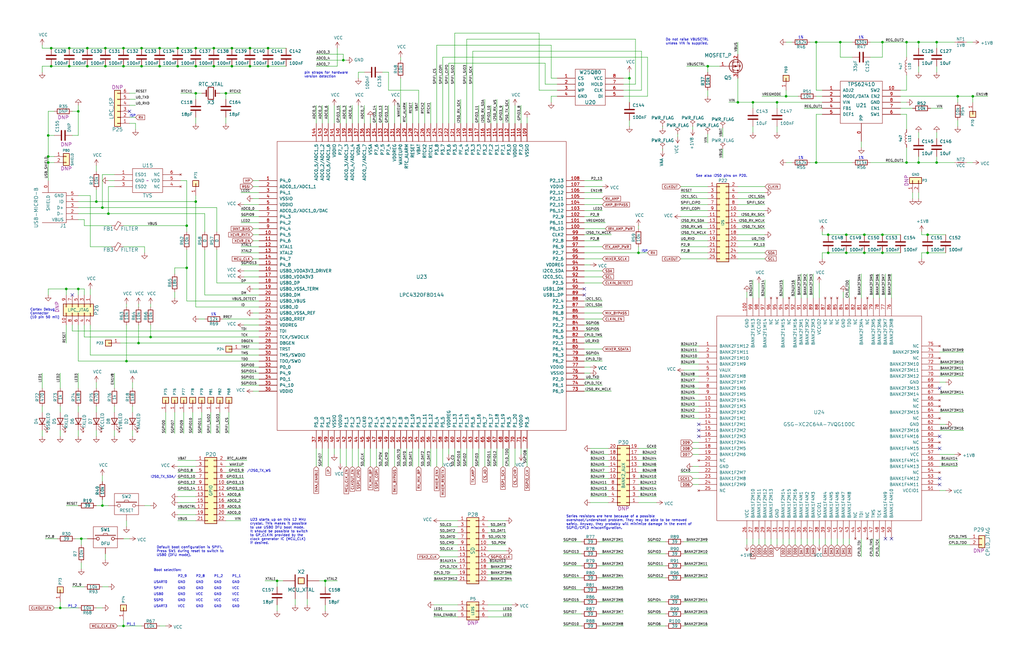
<source format=kicad_sch>
(kicad_sch (version 20211123) (generator eeschema)
  (paper "USLedger")
  (title_block (title "HackRF One") (date "2022-08-29") (rev "r9") (company "Copyright 2012-2022 Great Scott Gadgets") (comment 1 "Michael Ossmann") (comment 2 "Licensed under the CERN-OHL-P v2"))
  (junction (at 34.29 227.33))
  (junction (at 354.33 17.78))
  (junction (at 29.21 27.94))
  (junction (at 311.15 43.18))
  (junction (at 20.32 68.58))
  (junction (at 137.16 245.11))
  (junction (at 116.84 245.11))
  (junction (at 344.17 68.58))
  (junction (at 269.24 106.68))
  (junction (at 90.17 27.94))
  (junction (at 391.16 106.68))
  (junction (at 331.47 40.64))
  (junction (at 67.31 20.32))
  (junction (at 394.97 17.78))
  (junction (at 52.07 264.16))
  (junction (at 20.32 66.04))
  (junction (at 403.86 40.64))
  (junction (at 33.02 121.92))
  (junction (at 372.11 99.06))
  (junction (at 27.94 121.92))
  (junction (at 74.93 27.94))
  (junction (at 113.03 20.32))
  (junction (at 63.5 142.24))
  (junction (at 52.07 27.94))
  (junction (at 67.31 27.94))
  (junction (at 349.25 106.68))
  (junction (at 36.83 27.94))
  (junction (at 33.02 46.99))
  (junction (at 82.55 39.37))
  (junction (at 364.49 106.68))
  (junction (at 82.55 20.32))
  (junction (at 113.03 27.94))
  (junction (at 78.74 113.03))
  (junction (at 95.25 39.37))
  (junction (at 82.55 27.94))
  (junction (at 144.78 25.4))
  (junction (at 372.11 17.78))
  (junction (at 82.55 85.09))
  (junction (at 53.34 152.4))
  (junction (at 298.45 27.94))
  (junction (at 59.69 20.32))
  (junction (at 44.45 20.32))
  (junction (at 58.42 144.78))
  (junction (at 317.5 43.18))
  (junction (at 78.74 95.25))
  (junction (at 43.18 87.63))
  (junction (at 387.35 68.58))
  (junction (at 387.35 17.78))
  (junction (at 97.79 20.32))
  (junction (at 74.93 20.32))
  (junction (at 105.41 27.94))
  (junction (at 59.69 27.94))
  (junction (at 21.59 20.32))
  (junction (at 29.21 20.32))
  (junction (at 36.83 20.32))
  (junction (at 97.79 27.94))
  (junction (at 364.49 99.06))
  (junction (at 20.32 57.15))
  (junction (at 382.27 17.78))
  (junction (at 43.18 213.36))
  (junction (at 356.87 106.68))
  (junction (at 391.16 99.06))
  (junction (at 45.72 90.17))
  (junction (at 382.27 68.58))
  (junction (at 105.41 20.32))
  (junction (at 52.07 20.32))
  (junction (at 394.97 68.58))
  (junction (at 44.45 27.94))
  (junction (at 372.11 106.68))
  (junction (at 344.17 17.78))
  (junction (at 349.25 99.06))
  (junction (at 40.64 85.09))
  (junction (at 327.66 43.18))
  (junction (at 21.59 27.94))
  (junction (at 265.43 33.02))
  (junction (at 356.87 99.06))
  (junction (at 25.4 256.54))
  (junction (at 90.17 20.32))
  (junction (at 410.21 40.64))
  (no_connect (at 396.24 204.47))
  (no_connect (at 396.24 184.15))
  (no_connect (at 294.64 181.61))
  (no_connect (at 54.61 46.99))
  (no_connect (at 294.64 184.15))
  (no_connect (at 246.38 121.92))
  (no_connect (at 246.38 124.46))
  (no_connect (at 396.24 163.83))
  (no_connect (at 294.64 179.07))
  (no_connect (at 375.92 227.33))
  (no_connect (at 396.24 189.23))
  (no_connect (at 30.48 124.46))
  (no_connect (at 396.24 201.93))
  (no_connect (at 373.38 227.33))
  (wire (pts (xy 246.38 129.54) (xy 254 129.54)))
  (wire (pts (xy 265.43 33.02) (xy 265.43 43.18)))
  (wire (pts (xy 176.53 196.85) (xy 176.53 189.23)))
  (wire (pts (xy 394.97 30.48) (xy 394.97 27.94)))
  (wire (pts (xy 181.61 43.18) (xy 181.61 52.07)))
  (wire (pts (xy 382.27 17.78) (xy 382.27 24.13)))
  (wire (pts (xy 137.16 245.11) (xy 142.24 245.11)))
  (wire (pts (xy 322.58 101.6) (xy 311.15 101.6)))
  (wire (pts (xy 58.42 137.16) (xy 58.42 144.78)))
  (wire (pts (xy 382.27 68.58) (xy 382.27 62.23)))
  (wire (pts (xy 20.32 121.92) (xy 27.94 121.92)))
  (wire (pts (xy 142.24 20.32) (xy 142.24 27.94)))
  (wire (pts (xy 133.35 22.86) (xy 144.78 22.86)))
  (wire (pts (xy 340.36 125.73) (xy 340.36 115.57)))
  (wire (pts (xy 254 86.36) (xy 246.38 86.36)))
  (wire (pts (xy 368.3 125.73) (xy 368.3 115.57)))
  (wire (pts (xy 382.27 38.1) (xy 379.73 38.1)))
  (wire (pts (xy 322.58 125.73) (xy 322.58 118.11)))
  (wire (pts (xy 135.89 189.23) (xy 135.89 196.85)))
  (wire (pts (xy 78.74 113.03) (xy 78.74 127)))
  (wire (pts (xy 151.13 30.48) (xy 153.67 30.48)))
  (wire (pts (xy 201.93 189.23) (xy 201.93 196.85)))
  (wire (pts (xy 246.38 99.06) (xy 257.81 99.06)))
  (wire (pts (xy 54.61 41.91) (xy 57.15 41.91)))
  (wire (pts (xy 102.87 199.39) (xy 95.25 199.39)))
  (wire (pts (xy 179.07 189.23) (xy 179.07 196.85)))
  (wire (pts (xy 222.25 189.23) (xy 222.25 196.85)))
  (wire (pts (xy 27.94 121.92) (xy 27.94 124.46)))
  (wire (pts (xy 280.67 264.16) (xy 273.05 264.16)))
  (wire (pts (xy 199.39 189.23) (xy 199.39 196.85)))
  (wire (pts (xy 372.11 17.78) (xy 382.27 17.78)))
  (wire (pts (xy 30.48 137.16) (xy 30.48 139.7)))
  (wire (pts (xy 248.92 201.93) (xy 256.54 201.93)))
  (wire (pts (xy 354.33 24.13) (xy 359.41 24.13)))
  (wire (pts (xy 29.21 20.32) (xy 36.83 20.32)))
  (wire (pts (xy 353.06 227.33) (xy 353.06 229.87)))
  (wire (pts (xy 232.41 19.05) (xy 184.15 19.05)))
  (wire (pts (xy 185.42 237.49) (xy 193.04 237.49)))
  (wire (pts (xy 207.01 189.23) (xy 207.01 196.85)))
  (wire (pts (xy 171.45 196.85) (xy 171.45 189.23)))
  (wire (pts (xy 54.61 49.53) (xy 57.15 49.53)))
  (wire (pts (xy 379.73 40.64) (xy 403.86 40.64)))
  (wire (pts (xy 29.21 27.94) (xy 36.83 27.94)))
  (wire (pts (xy 246.38 106.68) (xy 269.24 106.68)))
  (wire (pts (xy 153.67 189.23) (xy 153.67 196.85)))
  (wire (pts (xy 109.22 99.06) (xy 106.68 99.06)))
  (wire (pts (xy 394.97 68.58) (xy 402.59 68.58)))
  (wire (pts (xy 322.58 83.82) (xy 311.15 83.82)))
  (wire (pts (xy 21.59 20.32) (xy 29.21 20.32)))
  (wire (pts (xy 269.24 106.68) (xy 273.05 106.68)))
  (wire (pts (xy 279.4 62.865) (xy 279.4 63.5)))
  (wire (pts (xy 269.24 95.25) (xy 269.24 96.52)))
  (wire (pts (xy 367.03 68.58) (xy 382.27 68.58)))
  (wire (pts (xy 354.33 17.78) (xy 354.33 24.13)))
  (wire (pts (xy 273.05 40.64) (xy 262.89 40.64)))
  (wire (pts (xy 33.02 85.09) (xy 40.64 85.09)))
  (wire (pts (xy 33.02 121.92) (xy 35.56 121.92)))
  (wire (pts (xy 307.34 43.18) (xy 311.15 43.18)))
  (wire (pts (xy 17.78 19.05) (xy 17.78 20.32)))
  (wire (pts (xy 322.58 227.33) (xy 322.58 229.87)))
  (wire (pts (xy 246.38 165.1) (xy 257.81 165.1)))
  (wire (pts (xy 85.09 182.88) (xy 85.09 173.99)))
  (wire (pts (xy 269.24 196.85) (xy 276.86 196.85)))
  (wire (pts (xy 294.64 176.53) (xy 287.02 176.53)))
  (wire (pts (xy 342.9 125.73) (xy 342.9 115.57)))
  (wire (pts (xy 246.38 93.98) (xy 255.27 93.98)))
  (wire (pts (xy 246.38 83.82) (xy 254 83.82)))
  (wire (pts (xy 287.02 163.83) (xy 294.64 163.83)))
  (wire (pts (xy 90.17 27.94) (xy 97.79 27.94)))
  (wire (pts (xy 246.38 139.7) (xy 252.73 139.7)))
  (wire (pts (xy 410.21 40.64) (xy 416.56 40.64)))
  (wire (pts (xy 153.67 44.45) (xy 153.67 52.07)))
  (wire (pts (xy 82.55 217.17) (xy 74.93 217.17)))
  (wire (pts (xy 288.29 243.84) (xy 298.45 243.84)))
  (wire (pts (xy 248.92 191.77) (xy 256.54 191.77)))
  (wire (pts (xy 20.32 57.15) (xy 22.86 57.15)))
  (wire (pts (xy 82.55 199.39) (xy 74.93 199.39)))
  (wire (pts (xy 331.47 40.64) (xy 336.55 40.64)))
  (wire (pts (xy 367.03 24.13) (xy 372.11 24.13)))
  (wire (pts (xy 38.1 121.92) (xy 38.1 124.46)))
  (wire (pts (xy 58.42 144.78) (xy 109.22 144.78)))
  (wire (pts (xy 280.67 243.84) (xy 273.05 243.84)))
  (wire (pts (xy 43.18 213.36) (xy 43.18 210.82)))
  (wire (pts (xy 33.02 213.36) (xy 27.94 213.36)))
  (wire (pts (xy 205.74 242.57) (xy 215.9 242.57)))
  (wire (pts (xy 334.01 68.58) (xy 331.47 68.58)))
  (wire (pts (xy 55.88 161.29) (xy 55.88 163.83)))
  (wire (pts (xy 227.33 38.1) (xy 234.95 38.1)))
  (wire (pts (xy 151.13 44.45) (xy 151.13 52.07)))
  (wire (pts (xy 45.72 247.65) (xy 43.18 247.65)))
  (wire (pts (xy 245.11 243.84) (xy 237.49 243.84)))
  (wire (pts (xy 48.26 157.48) (xy 48.26 163.83)))
  (wire (pts (xy 252.73 238.76) (xy 262.89 238.76)))
  (wire (pts (xy 311.15 86.36) (xy 322.58 86.36)))
  (wire (pts (xy 394.97 17.78) (xy 402.59 17.78)))
  (wire (pts (xy 292.1 53.34) (xy 292.1 54.61)))
  (wire (pts (xy 82.55 27.94) (xy 90.17 27.94)))
  (wire (pts (xy 246.38 96.52) (xy 255.27 96.52)))
  (wire (pts (xy 33.02 171.45) (xy 33.02 173.99)))
  (wire (pts (xy 407.67 17.78) (xy 410.21 17.78)))
  (wire (pts (xy 74.93 194.31) (xy 82.55 194.31)))
  (wire (pts (xy 245.11 248.92) (xy 237.49 248.92)))
  (wire (pts (xy 43.18 256.54) (xy 40.64 256.54)))
  (wire (pts (xy 90.17 20.32) (xy 97.79 20.32)))
  (wire (pts (xy 288.29 259.08) (xy 298.45 259.08)))
  (wire (pts (xy 214.63 189.23) (xy 214.63 196.85)))
  (wire (pts (xy 331.47 38.1) (xy 331.47 40.64)))
  (wire (pts (xy 81.28 182.88) (xy 81.28 173.99)))
  (wire (pts (xy 382.27 43.18) (xy 379.73 43.18)))
  (wire (pts (xy 408.94 229.87) (xy 400.05 229.87)))
  (wire (pts (xy 280.67 228.6) (xy 273.05 228.6)))
  (wire (pts (xy 256.54 199.39) (xy 248.92 199.39)))
  (wire (pts (xy 384.81 45.72) (xy 379.73 45.72)))
  (wire (pts (xy 49.53 264.16) (xy 52.07 264.16)))
  (wire (pts (xy 287.02 173.99) (xy 294.64 173.99)))
  (wire (pts (xy 63.5 142.24) (xy 109.22 142.24)))
  (wire (pts (xy 102.87 114.3) (xy 109.22 114.3)))
  (wire (pts (xy 60.96 213.36) (xy 63.5 213.36)))
  (wire (pts (xy 73.66 113.03) (xy 73.66 115.57)))
  (wire (pts (xy 246.38 132.08) (xy 254 132.08)))
  (wire (pts (xy 82.55 209.55) (xy 74.93 209.55)))
  (wire (pts (xy 181.61 189.23) (xy 181.61 196.85)))
  (wire (pts (xy 156.21 189.23) (xy 156.21 196.85)))
  (wire (pts (xy 95.25 52.07) (xy 95.25 49.53)))
  (wire (pts (xy 78.74 76.2) (xy 78.74 95.25)))
  (wire (pts (xy 252.73 254) (xy 262.89 254)))
  (wire (pts (xy 349.25 106.68) (xy 356.87 106.68)))
  (wire (pts (xy 396.24 179.07) (xy 398.78 179.07)))
  (wire (pts (xy 367.03 17.78) (xy 372.11 17.78)))
  (wire (pts (xy 288.29 264.16) (xy 298.45 264.16)))
  (wire (pts (xy 22.86 256.54) (xy 25.4 256.54)))
  (wire (pts (xy 252.73 233.68) (xy 262.89 233.68)))
  (wire (pts (xy 387.35 17.78) (xy 387.35 20.32)))
  (wire (pts (xy 30.48 46.99) (xy 33.02 46.99)))
  (wire (pts (xy 322.58 81.28) (xy 311.15 81.28)))
  (wire (pts (xy 327.66 43.18) (xy 346.71 43.18)))
  (wire (pts (xy 138.43 52.07) (xy 138.43 44.45)))
  (wire (pts (xy 396.24 148.59) (xy 406.4 148.59)))
  (wire (pts (xy 276.86 209.55) (xy 269.24 209.55)))
  (wire (pts (xy 185.42 219.71) (xy 193.04 219.71)))
  (wire (pts (xy 138.43 196.85) (xy 138.43 189.23)))
  (wire (pts (xy 212.09 52.07) (xy 212.09 44.45)))
  (wire (pts (xy 280.67 233.68) (xy 273.05 233.68)))
  (wire (pts (xy 294.64 158.75) (xy 287.02 158.75)))
  (wire (pts (xy 317.5 227.33) (xy 317.5 229.87)))
  (wire (pts (xy 143.51 52.07) (xy 143.51 44.45)))
  (wire (pts (xy 78.74 105.41) (xy 78.74 113.03)))
  (wire (pts (xy 176.53 38.1) (xy 176.53 52.07)))
  (wire (pts (xy 248.92 207.01) (xy 256.54 207.01)))
  (wire (pts (xy 109.22 78.74) (xy 106.68 78.74)))
  (wire (pts (xy 317.5 43.18) (xy 327.66 43.18)))
  (wire (pts (xy 82.55 20.32) (xy 90.17 20.32)))
  (wire (pts (xy 294.64 171.45) (xy 287.02 171.45)))
  (wire (pts (xy 140.97 191.77) (xy 140.97 189.23)))
  (wire (pts (xy 101.6 111.76) (xy 109.22 111.76)))
  (wire (pts (xy 137.16 247.65) (xy 137.16 245.11)))
  (wire (pts (xy 96.52 182.88) (xy 96.52 173.99)))
  (wire (pts (xy 20.32 66.04) (xy 20.32 68.58)))
  (wire (pts (xy 74.93 201.93) (xy 82.55 201.93)))
  (wire (pts (xy 205.74 229.87) (xy 213.36 229.87)))
  (wire (pts (xy 163.83 30.48) (xy 163.83 38.1)))
  (wire (pts (xy 344.17 40.64) (xy 346.71 40.64)))
  (wire (pts (xy 288.29 156.21) (xy 294.64 156.21)))
  (wire (pts (xy 215.9 260.35) (xy 205.74 260.35)))
  (wire (pts (xy 358.14 227.33) (xy 358.14 229.87)))
  (wire (pts (xy 254 127) (xy 246.38 127)))
  (wire (pts (xy 109.22 162.56) (xy 101.6 162.56)))
  (wire (pts (xy 133.35 27.94) (xy 142.24 27.94)))
  (wire (pts (xy 17.78 181.61) (xy 17.78 184.15)))
  (wire (pts (xy 327.66 43.18) (xy 327.66 45.72)))
  (wire (pts (xy 287.02 91.44) (xy 298.45 91.44)))
  (wire (pts (xy 163.83 52.07) (xy 163.83 44.45)))
  (wire (pts (xy 273.05 238.76) (xy 280.67 238.76)))
  (wire (pts (xy 287.02 106.68) (xy 298.45 106.68)))
  (wire (pts (xy 322.58 106.68) (xy 311.15 106.68)))
  (wire (pts (xy 43.18 213.36) (xy 45.72 213.36)))
  (wire (pts (xy 347.98 227.33) (xy 347.98 229.87)))
  (wire (pts (xy 20.32 121.92) (xy 20.32 124.46)))
  (wire (pts (xy 396.24 173.99) (xy 406.4 173.99)))
  (wire (pts (xy 215.9 245.11) (xy 205.74 245.11)))
  (wire (pts (xy 60.96 104.14) (xy 60.96 106.68)))
  (wire (pts (xy 246.38 101.6) (xy 252.73 101.6)))
  (wire (pts (xy 168.91 24.13) (xy 168.91 25.4)))
  (wire (pts (xy 294.64 151.13) (xy 287.02 151.13)))
  (wire (pts (xy 73.66 125.73) (xy 73.66 123.19)))
  (wire (pts (xy 82.55 39.37) (xy 85.09 39.37)))
  (wire (pts (xy 254 76.2) (xy 246.38 76.2)))
  (wire (pts (xy 245.11 259.08) (xy 237.49 259.08)))
  (wire (pts (xy 314.96 125.73) (xy 314.96 123.19)))
  (wire (pts (xy 101.6 88.9) (xy 109.22 88.9)))
  (wire (pts (xy 334.01 17.78) (xy 331.47 17.78)))
  (wire (pts (xy 166.37 44.45) (xy 166.37 52.07)))
  (wire (pts (xy 384.81 83.82) (xy 384.81 81.28)))
  (wire (pts (xy 294.64 186.69) (xy 292.1 186.69)))
  (wire (pts (xy 25.4 181.61) (xy 25.4 184.15)))
  (wire (pts (xy 246.38 142.24) (xy 254 142.24)))
  (wire (pts (xy 95.25 209.55) (xy 101.6 209.55)))
  (wire (pts (xy 20.32 66.04) (xy 22.86 66.04)))
  (wire (pts (xy 33.02 152.4) (xy 33.02 137.16)))
  (wire (pts (xy 21.59 27.94) (xy 29.21 27.94)))
  (wire (pts (xy 182.88 242.57) (xy 193.04 242.57)))
  (wire (pts (xy 298.45 27.94) (xy 303.53 27.94)))
  (wire (pts (xy 311.15 22.86) (xy 311.15 17.78)))
  (wire (pts (xy 246.38 88.9) (xy 254 88.9)))
  (wire (pts (xy 63.5 137.16) (xy 63.5 142.24)))
  (wire (pts (xy 34.29 227.33) (xy 36.83 227.33)))
  (wire (pts (xy 45.72 78.74) (xy 45.72 90.17)))
  (wire (pts (xy 287.02 83.82) (xy 298.45 83.82)))
  (wire (pts (xy 40.64 80.01) (xy 40.64 85.09)))
  (wire (pts (xy 398.78 207.01) (xy 396.24 207.01)))
  (wire (pts (xy 113.03 27.94) (xy 120.65 27.94)))
  (wire (pts (xy 314.96 229.87) (xy 314.96 227.33)))
  (wire (pts (xy 54.61 44.45) (xy 57.15 44.45)))
  (wire (pts (xy 394.97 68.58) (xy 394.97 66.04)))
  (wire (pts (xy 248.92 154.94) (xy 246.38 154.94)))
  (wire (pts (xy 191.77 13.97) (xy 191.77 52.07)))
  (wire (pts (xy 95.25 207.01) (xy 102.87 207.01)))
  (wire (pts (xy 388.62 106.68) (xy 388.62 109.22)))
  (wire (pts (xy 382.27 68.58) (xy 387.35 68.58)))
  (wire (pts (xy 403.86 40.64) (xy 410.21 40.64)))
  (wire (pts (xy 40.64 163.83) (xy 40.64 161.29)))
  (wire (pts (xy 322.58 91.44) (xy 311.15 91.44)))
  (wire (pts (xy 40.64 85.09) (xy 82.55 85.09)))
  (wire (pts (xy 102.87 116.84) (xy 109.22 116.84)))
  (wire (pts (xy 294.64 204.47) (xy 292.1 204.47)))
  (wire (pts (xy 209.55 189.23) (xy 209.55 196.85)))
  (wire (pts (xy 44.45 236.22) (xy 44.45 233.68)))
  (wire (pts (xy 387.35 83.82) (xy 387.35 81.28)))
  (wire (pts (xy 35.56 121.92) (xy 35.56 124.46)))
  (wire (pts (xy 20.32 68.58) (xy 20.32 76.2)))
  (wire (pts (xy 74.93 20.32) (xy 82.55 20.32)))
  (wire (pts (xy 34.29 229.87) (xy 34.29 227.33)))
  (wire (pts (xy 52.07 264.16) (xy 59.69 264.16)))
  (wire (pts (xy 95.25 214.63) (xy 101.6 214.63)))
  (wire (pts (xy 116.84 257.81) (xy 116.84 255.27)))
  (wire (pts (xy 194.31 189.23) (xy 194.31 196.85)))
  (wire (pts (xy 158.75 189.23) (xy 158.75 196.85)))
  (wire (pts (xy 344.17 48.26) (xy 346.71 48.26)))
  (wire (pts (xy 196.85 189.23) (xy 196.85 196.85)))
  (wire (pts (xy 133.35 25.4) (xy 144.78 25.4)))
  (wire (pts (xy 363.22 115.57) (xy 363.22 125.73)))
  (wire (pts (xy 109.22 149.86) (xy 38.1 149.86)))
  (wire (pts (xy 322.58 88.9) (xy 311.15 88.9)))
  (wire (pts (xy 304.8 57.785) (xy 304.8 53.975)))
  (wire (pts (xy 36.83 20.32) (xy 44.45 20.32)))
  (wire (pts (xy 396.24 158.75) (xy 406.4 158.75)))
  (wire (pts (xy 52.07 261.62) (xy 52.07 264.16)))
  (wire (pts (xy 31.75 227.33) (xy 34.29 227.33)))
  (wire (pts (xy 387.35 30.48) (xy 387.35 27.94)))
  (wire (pts (xy 69.85 182.88) (xy 69.85 173.99)))
  (wire (pts (xy 217.17 189.23) (xy 217.17 196.85)))
  (wire (pts (xy 248.92 111.76) (xy 246.38 111.76)))
  (wire (pts (xy 364.49 99.06) (xy 372.11 99.06)))
  (wire (pts (xy 280.67 254) (xy 273.05 254)))
  (wire (pts (xy 285.75 56.515) (xy 285.75 57.785)))
  (wire (pts (xy 186.69 24.13) (xy 186.69 52.07)))
  (wire (pts (xy 213.36 237.49) (xy 205.74 237.49)))
  (wire (pts (xy 294.64 166.37) (xy 287.02 166.37)))
  (wire (pts (xy 35.56 137.16) (xy 35.56 142.24)))
  (wire (pts (xy 205.74 227.33) (xy 213.36 227.33)))
  (wire (pts (xy 91.44 87.63) (xy 91.44 97.79)))
  (wire (pts (xy 341.63 17.78) (xy 344.17 17.78)))
  (wire (pts (xy 33.02 157.48) (xy 33.02 163.83)))
  (wire (pts (xy 273.05 24.13) (xy 273.05 40.64)))
  (wire (pts (xy 252.73 259.08) (xy 262.89 259.08)))
  (wire (pts (xy 95.25 39.37) (xy 95.25 41.91)))
  (wire (pts (xy 317.5 43.18) (xy 317.5 45.72)))
  (wire (pts (xy 193.04 232.41) (xy 185.42 232.41)))
  (wire (pts (xy 246.38 160.02) (xy 252.73 160.02)))
  (wire (pts (xy 364.49 106.68) (xy 372.11 106.68)))
  (wire (pts (xy 363.22 62.23) (xy 363.22 59.69)))
  (wire (pts (xy 344.17 17.78) (xy 354.33 17.78)))
  (wire (pts (xy 407.67 68.58) (xy 410.21 68.58)))
  (wire (pts (xy 116.84 247.65) (xy 116.84 245.11)))
  (wire (pts (xy 193.04 234.95) (xy 185.42 234.95)))
  (wire (pts (xy 74.93 207.01) (xy 82.55 207.01)))
  (wire (pts (xy 102.87 137.16) (xy 109.22 137.16)))
  (wire (pts (xy 356.87 106.68) (xy 364.49 106.68)))
  (wire (pts (xy 245.11 238.76) (xy 237.49 238.76)))
  (wire (pts (xy 148.59 189.23) (xy 148.59 196.85)))
  (wire (pts (xy 43.18 200.66) (xy 43.18 203.2)))
  (wire (pts (xy 30.48 139.7) (xy 109.22 139.7)))
  (wire (pts (xy 189.23 191.77) (xy 189.23 189.23)))
  (wire (pts (xy 391.16 99.06) (xy 398.78 99.06)))
  (wire (pts (xy 34.29 240.03) (xy 34.29 237.49)))
  (wire (pts (xy 151.13 33.02) (xy 151.13 30.48)))
  (wire (pts (xy 102.87 86.36) (xy 109.22 86.36)))
  (wire (pts (xy 25.4 157.48) (xy 25.4 163.83)))
  (wire (pts (xy 82.55 39.37) (xy 82.55 41.91)))
  (wire (pts (xy 320.04 125.73) (xy 320.04 119.38)))
  (wire (pts (xy 287.02 109.22) (xy 298.45 109.22)))
  (wire (pts (xy 67.31 27.94) (xy 74.93 27.94)))
  (wire (pts (xy 246.38 144.78) (xy 252.73 144.78)))
  (wire (pts (xy 232.41 43.18) (xy 232.41 40.64)))
  (wire (pts (xy 33.02 152.4) (xy 53.34 152.4)))
  (wire (pts (xy 17.78 20.32) (xy 21.59 20.32)))
  (wire (pts (xy 78.74 113.03) (xy 73.66 113.03)))
  (wire (pts (xy 156.21 49.53) (xy 156.21 52.07)))
  (wire (pts (xy 254 116.84) (xy 246.38 116.84)))
  (wire (pts (xy 82.55 129.54) (xy 109.22 129.54)))
  (wire (pts (xy 396.24 194.31) (xy 403.86 194.31)))
  (wire (pts (xy 106.68 76.2) (xy 109.22 76.2)))
  (wire (pts (xy 254 78.74) (xy 246.38 78.74)))
  (wire (pts (xy 193.04 222.25) (xy 185.42 222.25)))
  (wire (pts (xy 24.13 227.33) (xy 19.05 227.33)))
  (wire (pts (xy 101.6 219.71) (xy 95.25 219.71)))
  (wire (pts (xy 95.25 212.09) (xy 101.6 212.09)))
  (wire (pts (xy 193.04 229.87) (xy 185.42 229.87)))
  (wire (pts (xy 287.02 88.9) (xy 298.45 88.9)))
  (wire (pts (xy 388.62 106.68) (xy 391.16 106.68)))
  (wire (pts (xy 91.44 105.41) (xy 91.44 119.38)))
  (wire (pts (xy 335.28 125.73) (xy 335.28 118.11)))
  (wire (pts (xy 287.02 199.39) (xy 294.64 199.39)))
  (wire (pts (xy 370.84 227.33) (xy 370.84 234.95)))
  (wire (pts (xy 59.69 27.94) (xy 67.31 27.94)))
  (wire (pts (xy 276.86 199.39) (xy 269.24 199.39)))
  (wire (pts (xy 102.87 196.85) (xy 95.25 196.85)))
  (wire (pts (xy 387.35 68.58) (xy 394.97 68.58)))
  (wire (pts (xy 335.28 227.33) (xy 335.28 229.87)))
  (wire (pts (xy 311.15 33.02) (xy 311.15 43.18)))
  (wire (pts (xy 40.64 171.45) (xy 40.64 173.99)))
  (wire (pts (xy 254 81.28) (xy 246.38 81.28)))
  (wire (pts (xy 349.25 99.06) (xy 356.87 99.06)))
  (wire (pts (xy 55.88 181.61) (xy 55.88 184.15)))
  (wire (pts (xy 403.86 43.18) (xy 403.86 40.64)))
  (wire (pts (xy 209.55 52.07) (xy 209.55 41.91)))
  (wire (pts (xy 372.11 99.06) (xy 379.73 99.06)))
  (wire (pts (xy 245.11 233.68) (xy 237.49 233.68)))
  (wire (pts (xy 182.88 255.27) (xy 193.04 255.27)))
  (wire (pts (xy 204.47 196.85) (xy 204.47 189.23)))
  (wire (pts (xy 294.64 196.85) (xy 292.1 196.85)))
  (wire (pts (xy 109.22 93.98) (xy 101.6 93.98)))
  (wire (pts (xy 337.82 125.73) (xy 337.82 115.57)))
  (wire (pts (xy 161.29 52.07) (xy 161.29 44.45)))
  (wire (pts (xy 246.38 149.86) (xy 252.73 149.86)))
  (wire (pts (xy 232.41 40.64) (xy 234.95 40.64)))
  (wire (pts (xy 35.56 95.25) (xy 35.56 92.71)))
  (wire (pts (xy 330.2 125.73) (xy 330.2 118.11)))
  (wire (pts (xy 375.92 115.57) (xy 375.92 125.73)))
  (wire (pts (xy 287.02 101.6) (xy 298.45 101.6)))
  (wire (pts (xy 53.34 128.27) (xy 53.34 129.54)))
  (wire (pts (xy 17.78 163.83) (xy 17.78 157.48)))
  (wire (pts (xy 207.01 52.07) (xy 207.01 44.45)))
  (wire (pts (xy 205.74 224.79) (xy 213.36 224.79)))
  (wire (pts (xy 298.45 96.52) (xy 287.02 96.52)))
  (wire (pts (xy 276.86 191.77) (xy 269.24 191.77)))
  (wire (pts (xy 372.11 24.13) (xy 372.11 17.78)))
  (wire (pts (xy 193.04 227.33) (xy 185.42 227.33)))
  (wire (pts (xy 396.24 153.67) (xy 406.4 153.67)))
  (wire (pts (xy 25.4 171.45) (xy 25.4 173.99)))
  (wire (pts (xy 215.9 240.03) (xy 205.74 240.03)))
  (wire (pts (xy 143.51 195.58) (xy 143.51 189.23)))
  (wire (pts (xy 322.58 78.74) (xy 311.15 78.74)))
  (wire (pts (xy 17.78 171.45) (xy 17.78 173.99)))
  (wire (pts (xy 86.36 105.41) (xy 86.36 124.46)))
  (wire (pts (xy 363.22 227.33) (xy 363.22 234.95)))
  (wire (pts (xy 245.11 254) (xy 237.49 254)))
  (wire (pts (xy 219.71 52.07) (xy 219.71 44.45)))
  (wire (pts (xy 346.71 38.1) (xy 344.17 38.1)))
  (wire (pts (xy 317.5 125.73) (xy 317.5 118.11)))
  (wire (pts (xy 267.97 16.51) (xy 267.97 35.56)))
  (wire (pts (xy 33.02 90.17) (xy 45.72 90.17)))
  (wire (pts (xy 256.54 194.31) (xy 248.92 194.31)))
  (wire (pts (xy 92.71 182.88) (xy 92.71 173.99)))
  (wire (pts (xy 104.14 194.31) (xy 95.25 194.31)))
  (wire (pts (xy 256.54 209.55) (xy 248.92 209.55)))
  (wire (pts (xy 248.92 212.09) (xy 256.54 212.09)))
  (wire (pts (xy 252.73 264.16) (xy 262.89 264.16)))
  (wire (pts (xy 354.33 17.78) (xy 359.41 17.78)))
  (wire (pts (xy 267.97 35.56) (xy 262.89 35.56)))
  (wire (pts (xy 106.68 96.52) (xy 109.22 96.52)))
  (wire (pts (xy 93.98 134.62) (xy 109.22 134.62)))
  (wire (pts (xy 67.31 20.32) (xy 74.93 20.32)))
  (wire (pts (xy 344.17 68.58) (xy 359.41 68.58)))
  (wire (pts (xy 287.02 99.06) (xy 298.45 99.06)))
  (wire (pts (xy 109.22 106.68) (xy 101.6 106.68)))
  (wire (pts (xy 262.89 33.02) (xy 265.43 33.02)))
  (wire (pts (xy 270.51 21.59) (xy 270.51 38.1)))
  (wire (pts (xy 265.43 53.34) (xy 265.43 50.8)))
  (wire (pts (xy 344.17 68.58) (xy 344.17 48.26)))
  (wire (pts (xy 20.32 57.15) (xy 20.32 66.04)))
  (wire (pts (xy 229.87 35.56) (xy 234.95 35.56)))
  (wire (pts (xy 40.64 181.61) (xy 40.64 184.15)))
  (wire (pts (xy 287.02 168.91) (xy 294.64 168.91)))
  (wire (pts (xy 88.9 182.88) (xy 88.9 173.99)))
  (wire (pts (xy 322.58 99.06) (xy 311.15 99.06)))
  (wire (pts (xy 256.54 189.23) (xy 248.92 189.23)))
  (wire (pts (xy 246.38 162.56) (xy 254 162.56)))
  (wire (pts (xy 396.24 156.21) (xy 406.4 156.21)))
  (wire (pts (xy 106.68 83.82) (xy 109.22 83.82)))
  (wire (pts (xy 168.91 33.02) (xy 168.91 52.07)))
  (wire (pts (xy 254 147.32) (xy 246.38 147.32)))
  (wire (pts (xy 146.05 189.23) (xy 146.05 196.85)))
  (wire (pts (xy 339.09 45.72) (xy 346.71 45.72)))
  (wire (pts (xy 109.22 101.6) (xy 106.68 101.6)))
  (wire (pts (xy 294.64 191.77) (xy 292.1 191.77)))
  (wire (pts (xy 52.07 227.33) (xy 54.61 227.33)))
  (wire (pts (xy 394.97 17.78) (xy 394.97 20.32)))
  (wire (pts (xy 109.22 109.22) (xy 106.68 109.22)))
  (wire (pts (xy 36.83 27.94) (xy 44.45 27.94)))
  (wire (pts (xy 48.26 78.74) (xy 45.72 78.74)))
  (wire (pts (xy 50.8 144.78) (xy 58.42 144.78)))
  (wire (pts (xy 265.43 30.48) (xy 265.43 33.02)))
  (wire (pts (xy 321.31 40.64) (xy 331.47 40.64)))
  (wire (pts (xy 73.66 182.88) (xy 73.66 173.99)))
  (wire (pts (xy 288.29 228.6) (xy 298.45 228.6)))
  (wire (pts (xy 304.8 66.675) (xy 304.8 62.865)))
  (wire (pts (xy 410.21 40.64) (xy 410.21 43.18)))
  (wire (pts (xy 396.24 161.29) (xy 398.78 161.29)))
  (wire (pts (xy 246.38 91.44) (xy 252.73 91.44)))
  (wire (pts (xy 105.41 27.94) (xy 113.03 27.94)))
  (wire (pts (xy 105.41 20.32) (xy 113.03 20.32)))
  (wire (pts (xy 137.16 257.81) (xy 137.16 255.27)))
  (wire (pts (xy 287.02 104.14) (xy 298.45 104.14)))
  (wire (pts (xy 373.38 125.73) (xy 373.38 115.57)))
  (wire (pts (xy 391.16 106.68) (xy 398.78 106.68)))
  (wire (pts (xy 179.07 52.07) (xy 179.07 43.18)))
  (wire (pts (xy 102.87 204.47) (xy 95.25 204.47)))
  (wire (pts (xy 294.64 146.05) (xy 287.02 146.05)))
  (wire (pts (xy 109.22 81.28) (xy 101.6 81.28)))
  (wire (pts (xy 135.89 44.45) (xy 135.89 52.07)))
  (wire (pts (xy 368.3 227.33) (xy 368.3 234.95)))
  (wire (pts (xy 358.14 125.73) (xy 358.14 118.11)))
  (wire (pts (xy 53.34 219.71) (xy 53.34 222.25)))
  (wire (pts (xy 109.22 154.94) (xy 101.6 154.94)))
  (wire (pts (xy 396.24 196.85) (xy 403.86 196.85)))
  (wire (pts (xy 248.92 157.48) (xy 246.38 157.48)))
  (wire (pts (xy 322.58 104.14) (xy 311.15 104.14)))
  (wire (pts (xy 76.2 39.37) (xy 82.55 39.37)))
  (wire (pts (xy 151.13 196.85) (xy 151.13 189.23)))
  (wire (pts (xy 408.94 227.33) (xy 400.05 227.33)))
  (wire (pts (xy 144.78 22.86) (xy 144.78 25.4)))
  (wire (pts (xy 196.85 16.51) (xy 267.97 16.51)))
  (wire (pts (xy 227.33 13.97) (xy 227.33 38.1)))
  (wire (pts (xy 191.77 189.23) (xy 191.77 196.85)))
  (wire (pts (xy 53.34 152.4) (xy 109.22 152.4)))
  (wire (pts (xy 270.51 38.1) (xy 262.89 38.1)))
  (wire (pts (xy 27.94 137.16) (xy 27.94 144.78)))
  (wire (pts (xy 53.34 137.16) (xy 53.34 152.4)))
  (wire (pts (xy 327.66 229.87) (xy 327.66 227.33)))
  (wire (pts (xy 289.56 27.94) (xy 298.45 27.94)))
  (wire (pts (xy 33.02 87.63) (xy 43.18 87.63)))
  (wire (pts (xy 330.2 227.33) (xy 330.2 229.87)))
  (wire (pts (xy 78.74 127) (xy 109.22 127)))
  (wire (pts (xy 196.85 52.07) (xy 196.85 16.51)))
  (wire (pts (xy 25.4 254) (xy 25.4 256.54)))
  (wire (pts (xy 146.05 44.45) (xy 146.05 52.07)))
  (wire (pts (xy 325.12 227.33) (xy 325.12 229.87)))
  (wire (pts (xy 193.04 240.03) (xy 185.42 240.03)))
  (wire (pts (xy 43.18 73.66) (xy 48.26 73.66)))
  (wire (pts (xy 298.45 86.36) (xy 287.02 86.36)))
  (wire (pts (xy 97.79 27.94) (xy 105.41 27.94)))
  (wire (pts (xy 182.88 245.11) (xy 193.04 245.11)))
  (wire (pts (xy 245.11 228.6) (xy 237.49 228.6)))
  (wire (pts (xy 370.84 115.57) (xy 370.84 125.73)))
  (wire (pts (xy 287.02 148.59) (xy 294.64 148.59)))
  (wire (pts (xy 133.35 189.23) (xy 133.35 196.85)))
  (wire (pts (xy 67.31 264.16) (xy 69.85 264.16)))
  (wire (pts (xy 346.71 97.79) (xy 346.71 99.06)))
  (wire (pts (xy 86.36 90.17) (xy 86.36 97.79)))
  (wire (pts (xy 134.62 245.11) (xy 137.16 245.11)))
  (wire (pts (xy 217.17 44.45) (xy 217.17 52.07)))
  (wire (pts (xy 52.07 104.14) (xy 60.96 104.14)))
  (wire (pts (xy 163.83 189.23) (xy 163.83 196.85)))
  (wire (pts (xy 246.38 152.4) (xy 254 152.4)))
  (wire (pts (xy 106.68 121.92) (xy 109.22 121.92)))
  (wire (pts (xy 101.6 104.14) (xy 109.22 104.14)))
  (wire (pts (xy 342.9 227.33) (xy 342.9 229.87)))
  (wire (pts (xy 219.71 191.77) (xy 219.71 189.23)))
  (wire (pts (xy 161.29 189.23) (xy 161.29 196.85)))
  (wire (pts (xy 248.92 196.85) (xy 256.54 196.85)))
  (wire (pts (xy 48.26 171.45) (xy 48.26 173.99)))
  (wire (pts (xy 252.73 228.6) (xy 262.89 228.6)))
  (wire (pts (xy 234.95 33.02) (xy 232.41 33.02)))
  (wire (pts (xy 109.22 157.48) (xy 101.6 157.48)))
  (wire (pts (xy 20.32 46.99) (xy 20.32 57.15)))
  (wire (pts (xy 320.04 227.33) (xy 320.04 229.87)))
  (wire (pts (xy 269.24 207.01) (xy 276.86 207.01)))
  (wire (pts (xy 82.55 214.63) (xy 74.93 214.63)))
  (wire (pts (xy 45.72 76.2) (xy 48.26 76.2)))
  (wire (pts (xy 43.18 87.63) (xy 91.44 87.63)))
  (wire (pts (xy 346.71 99.06) (xy 349.25 99.06)))
  (wire (pts (xy 44.45 20.32) (xy 52.07 20.32)))
  (wire (pts (xy 54.61 39.37) (xy 57.15 39.37)))
  (wire (pts (xy 82.55 212.09) (xy 74.93 212.09)))
  (wire (pts (xy 82.55 85.09) (xy 82.55 129.54)))
  (wire (pts (xy 276.86 212.09) (xy 269.24 212.09)))
  (wire (pts (xy 294.64 189.23) (xy 292.1 189.23)))
  (wire (pts (xy 166.37 189.23) (xy 166.37 196.85)))
  (wire (pts (xy 212.09 189.23) (xy 212.09 196.85)))
  (wire (pts (xy 140.97 44.45) (xy 140.97 52.07)))
  (wire (pts (xy 48.26 181.61) (xy 48.26 184.15)))
  (wire (pts (xy 182.88 260.35) (xy 193.04 260.35)))
  (wire (pts (xy 246.38 109.22) (xy 254 109.22)))
  (wire (pts (xy 95.25 39.37) (xy 101.6 39.37)))
  (wire (pts (xy 287.02 81.28) (xy 298.45 81.28)))
  (wire (pts (xy 279.4 53.34) (xy 279.4 53.975)))
  (wire (pts (xy 33.02 46.99) (xy 33.02 57.15)))
  (wire (pts (xy 294.64 161.29) (xy 287.02 161.29)))
  (wire (pts (xy 346.71 106.68) (xy 346.71 109.22)))
  (wire (pts (xy 298.45 27.94) (xy 298.45 30.48)))
  (wire (pts (xy 33.02 181.61) (xy 33.02 184.15)))
  (wire (pts (xy 35.56 95.25) (xy 46.99 95.25)))
  (wire (pts (xy 222.25 49.53) (xy 222.25 52.07)))
  (wire (pts (xy 341.63 68.58) (xy 344.17 68.58)))
  (wire (pts (xy 344.17 38.1) (xy 344.17 17.78)))
  (wire (pts (xy 394.97 55.88) (xy 394.97 58.42)))
  (wire (pts (xy 396.24 181.61) (xy 406.4 181.61)))
  (wire (pts (xy 327.66 53.34) (xy 327.66 55.88)))
  (wire (pts (xy 59.69 20.32) (xy 67.31 20.32)))
  (wire (pts (xy 92.71 39.37) (xy 95.25 39.37)))
  (wire (pts (xy 193.04 224.79) (xy 185.42 224.79)))
  (wire (pts (xy 76.2 76.2) (xy 78.74 76.2)))
  (wire (pts (xy 33.02 57.15) (xy 30.48 57.15)))
  (wire (pts (xy 205.74 222.25) (xy 213.36 222.25)))
  (wire (pts (xy 387.35 55.88) (xy 387.35 58.42)))
  (wire (pts (xy 215.9 255.27) (xy 205.74 255.27)))
  (wire (pts (xy 345.44 229.87) (xy 345.44 227.33)))
  (wire (pts (xy 252.73 137.16) (xy 246.38 137.16)))
  (wire (pts (xy 229.87 26.67) (xy 229.87 35.56)))
  (wire (pts (xy 387.35 68.58) (xy 387.35 66.04)))
  (wire (pts (xy 113.03 20.32) (xy 120.65 20.32)))
  (wire (pts (xy 252.73 248.92) (xy 262.89 248.92)))
  (wire (pts (xy 173.99 189.23) (xy 173.99 196.85)))
  (wire (pts (xy 382.27 17.78) (xy 387.35 17.78)))
  (wire (pts (xy 129.54 255.27) (xy 129.54 252.73)))
  (wire (pts (xy 33.02 121.92) (xy 33.02 124.46)))
  (wire (pts (xy 173.99 43.18) (xy 173.99 52.07)))
  (wire (pts (xy 184.15 189.23) (xy 184.15 196.85)))
  (wire (pts (xy 403.86 53.34) (xy 403.86 50.8)))
  (wire (pts (xy 276.86 189.23) (xy 269.24 189.23)))
  (wire (pts (xy 288.29 254) (xy 298.45 254)))
  (wire (pts (xy 86.36 124.46) (xy 109.22 124.46)))
  (wire (pts (xy 287.02 93.98) (xy 298.45 93.98)))
  (wire (pts (xy 57.15 52.07) (xy 54.61 52.07)))
  (wire (pts (xy 109.22 147.32) (xy 101.6 147.32)))
  (wire (pts (xy 52.07 95.25) (xy 78.74 95.25)))
  (wire (pts (xy 204.47 52.07) (xy 204.47 41.91)))
  (wire (pts (xy 124.46 255.27) (xy 124.46 252.73)))
  (wire (pts (xy 276.86 204.47) (xy 269.24 204.47)))
  (wire (pts (xy 402.59 191.77) (xy 396.24 191.77)))
  (wire (pts (xy 148.59 44.45) (xy 148.59 52.07)))
  (wire (pts (xy 40.64 213.36) (xy 43.18 213.36)))
  (wire (pts (xy 44.45 27.94) (xy 52.07 27.94)))
  (wire (pts (xy 213.36 219.71) (xy 205.74 219.71)))
  (wire (pts (xy 33.02 82.55) (xy 38.1 82.55)))
  (wire (pts (xy 22.86 46.99) (xy 20.32 46.99)))
  (wire (pts (xy 27.94 121.92) (xy 33.02 121.92)))
  (wire (pts (xy 311.15 43.18) (xy 317.5 43.18)))
  (wire (pts (xy 214.63 52.07) (xy 214.63 41.91)))
  (wire (pts (xy 388.62 99.06) (xy 388.62 97.79)))
  (wire (pts (xy 78.74 95.25) (xy 78.74 97.79)))
  (wire (pts (xy 276.86 194.31) (xy 269.24 194.31)))
  (wire (pts (xy 74.93 219.71) (xy 82.55 219.71)))
  (wire (pts (xy 52.07 27.94) (xy 59.69 27.94)))
  (wire (pts (xy 186.69 24.13) (xy 273.05 24.13)))
  (wire (pts (xy 74.93 196.85) (xy 82.55 196.85)))
  (wire (pts (xy 17.78 27.94) (xy 21.59 27.94)))
  (wire (pts (xy 168.91 189.23) (xy 168.91 196.85)))
  (wire (pts (xy 246.38 104.14) (xy 254 104.14)))
  (wire (pts (xy 171.45 43.18) (xy 171.45 52.07)))
  (wire (pts (xy 332.74 227.33) (xy 332.74 229.87)))
  (wire (pts (xy 194.31 52.07) (xy 194.31 41.91)))
  (wire (pts (xy 40.64 69.85) (xy 40.64 72.39)))
  (wire (pts (xy 396.24 166.37) (xy 406.4 166.37)))
  (wire (pts (xy 82.55 204.47) (xy 74.93 204.47)))
  (wire (pts (xy 97.79 20.32) (xy 105.41 20.32)))
  (wire (pts (xy 355.6 125.73) (xy 355.6 123.19)))
  (wire (pts (xy 337.82 227.33) (xy 337.82 229.87)))
  (wire (pts (xy 144.78 25.4) (xy 146.05 25.4)))
  (wire (pts (xy 246.38 134.62) (xy 254 134.62)))
  (wire (pts (xy 294.64 201.93) (xy 292.1 201.93)))
  (wire (pts (xy 133.35 44.45) (xy 133.35 52.07)))
  (wire (pts (xy 91.44 119.38) (xy 109.22 119.38)))
  (wire (pts (xy 356.87 99.06) (xy 364.49 99.06)))
  (wire (pts (xy 95.25 217.17) (xy 101.6 217.17)))
  (wire (pts (xy 17.78 27.94) (xy 17.78 30.48)))
  (wire (pts (xy 269.24 104.14) (xy 269.24 106.68)))
  (wire (pts (xy 317.5 55.88) (xy 317.5 53.34)))
  (wire (pts (xy 55.88 171.45) (xy 55.88 173.99)))
  (wire (pts (xy 109.22 91.44) (xy 101.6 91.44)))
  (wire (pts (xy 189.23 52.07) (xy 189.23 26.67)))
  (wire (pts (xy 189.23 26.67) (xy 229.87 26.67)))
  (wire (pts (xy 163.83 38.1) (xy 176.53 38.1)))
  (wire (pts (xy 382.27 48.26) (xy 382.27 54.61)))
  (wire (pts (xy 245.11 264.16) (xy 237.49 264.16)))
  (wire (pts (xy 184.15 19.05) (xy 184.15 52.07)))
  (wire (pts (xy 379.73 48.26) (xy 382.27 48.26)))
  (wire (pts (xy 298.45 38.1) (xy 298.45 40.64)))
  (wire (pts (xy 191.77 13.97) (xy 227.33 13.97)))
  (wire (pts (xy 20.32 68.58) (xy 22.86 68.58)))
  (wire (pts (xy 311.15 93.98) (xy 322.58 93.98)))
  (wire (pts (xy 392.43 45.72) (xy 397.51 45.72)))
  (wire (pts (xy 45.72 90.17) (xy 86.36 90.17)))
  (wire (pts (xy 215.9 257.81) (xy 205.74 257.81)))
  (wire (pts (xy 199.39 52.07) (xy 199.39 21.59)))
  (wire (pts (xy 38.1 82.55) (xy 38.1 104.14)))
  (wire (pts (xy 256.54 204.47) (xy 248.92 204.47)))
  (wire (pts (xy 95.25 201.93) (xy 102.87 201.93)))
  (wire (pts (xy 350.52 227.33) (xy 350.52 229.87)))
  (wire (pts (xy 43.18 87.63) (xy 43.18 73.66)))
  (wire (pts (xy 82.55 82.55) (xy 82.55 85.09)))
  (wire (pts (xy 158.75 52.07) (xy 158.75 44.45)))
  (wire (pts (xy 106.68 132.08) (xy 109.22 132.08)))
  (wire (pts (xy 294.64 153.67) (xy 287.02 153.67)))
  (wire (pts (xy 25.4 256.54) (xy 33.02 256.54)))
  (wire (pts (xy 111.76 245.11) (xy 116.84 245.11)))
  (wire (pts (xy 77.47 182.88) (xy 77.47 173.99)))
  (wire (pts (xy 345.44 125.73) (xy 345.44 119.38)))
  (wire (pts (xy 269.24 201.93) (xy 276.86 201.93)))
  (wire (pts (xy 213.36 232.41) (xy 205.74 232.41)))
  (wire (pts (xy 288.29 238.76) (xy 298.45 238.76)))
  (wire (pts (xy 340.36 227.33) (xy 340.36 229.87)))
  (wire (pts (xy 38.1 149.86) (xy 38.1 137.16)))
  (wire (pts (xy 387.35 17.78) (xy 394.97 17.78)))
  (wire (pts (xy 252.73 243.84) (xy 262.89 243.84)))
  (wire (pts (xy 52.07 20.32) (xy 59.69 20.32)))
  (wire (pts (xy 35.56 142.24) (xy 63.5 142.24)))
  (wire (pts (xy 106.68 165.1) (xy 109.22 165.1)))
  (wire (pts (xy 199.39 21.59) (xy 270.51 21.59)))
  (wire (pts (xy 382.27 31.75) (xy 382.27 38.1)))
  (wire (pts (xy 346.71 106.68) (xy 349.25 106.68)))
  (wire (pts (xy 58.42 128.27) (xy 58.42 129.54)))
  (wire (pts (xy 63.5 128.27) (xy 63.5 129.54)))
  (wire (pts (xy 163.83 30.48) (xy 161.29 30.48)))
  (wire (pts (xy 311.15 96.52) (xy 322.58 96.52)))
  (wire (pts (xy 298.45 60.325) (xy 298.45 56.515)))
  (wire (pts (xy 116.84 245.11) (xy 119.38 245.11)))
  (wire (pts (xy 254 114.3) (xy 246.38 114.3)))
  (wire (pts (xy 182.88 257.81) (xy 193.04 257.81)))
  (wire (pts (xy 83.82 134.62) (xy 86.36 134.62)))
  (wire (pts (xy 33.02 44.45) (xy 33.02 46.99)))
  (wire (pts (xy 57.15 54.61) (xy 57.15 52.07)))
  (wire (pts (xy 311.15 109.22) (xy 322.58 109.22)))
  (wire (pts (xy 298.45 78.74) (xy 287.02 78.74)))
  (wire (pts (xy 38.1 104.14) (xy 46.99 104.14)))
  (wire (pts (xy 82.55 49.53) (xy 82.55 52.07)))
  (wire (pts (xy 186.69 189.23) (xy 186.69 196.85)))
  (wire (pts (xy 35.56 247.65) (xy 30.48 247.65)))
  (wire (pts (xy 35.56 92.71) (xy 33.02 92.71)))
  (wire (pts (xy 372.11 106.68) (xy 379.73 106.68)))
  (wire (pts (xy 74.93 27.94) (xy 82.55 27.94)))
  (wire (pts (xy 254 119.38) (xy 246.38 119.38)))
  (wire (pts (xy 288.29 233.68) (xy 298.45 233.68)))
  (wire (pts (xy 388.62 99.06) (xy 391.16 99.06)))
  (wire (pts (xy 109.22 160.02) (xy 101.6 160.02)))
  (wire (pts (xy 273.05 259.08) (xy 280.67 259.08)))
  (wire (pts (xy 355.6 227.33) (xy 355.6 229.87)))
  (wire (pts (xy 232.41 33.02) (xy 232.41 19.05)))
  (wire (pts (xy 201.93 52.07) (xy 201.93 44.45)))
  (text "GND" (at 74.93 246.38 0) (effects (font (size 1.016 1.016)) (justify left bottom)))
  (text "VCC" (at 82.55 254 0) (effects (font (size 1.016 1.016)) (justify left bottom)))
  (text "P1_2" (at 28.575 256.54 0) (effects (font (size 1.016 1.016)) (justify left bottom)))
  (text "1%" (at 361.95 16.51 0) (effects (font (size 1.016 1.016)) (justify left bottom)))
  (text "Series resistors are here because of a possible\novershoot/undershoot problem. They may be able to be removed\nsafely. Anyway, they probably will minimize damage in the event of\nSGPIO/CPLD misconfiguration." (at 238.76 223.52 0) (effects (font (size 1.016 1.016)) (justify left bottom)))
  (text "Default boot configuration is SPIFI.\nPress SW1 during reset to switch to\nUSB0 (DFU mode)." (at 66.04 234.95 0) (effects (font (size 1.016 1.016)) (justify left bottom)))
  (text "VCC" (at 74.93 256.54 0) (effects (font (size 1.016 1.016)) (justify left bottom)))
  (text "I2S0_TX_SDA/" (at 63.5 201.93 0) (effects (font (size 1.016 1.016)) (justify left bottom)))
  (text "P1_1" (at 53.34 264.16 0) (effects (font (size 1.016 1.016)) (justify left bottom)))
  (text "1%" (at 88.9 133.35 0) (effects (font (size 1.016 1.016)) (justify left bottom)))
  (text "1%" (at 361.95 67.31 0) (effects (font (size 1.016 1.016)) (justify left bottom)))
  (text "USB0" (at 64.77 251.46 0) (effects (font (size 1.016 1.016)) (justify left bottom)))
  (text "1%" (at 336.55 16.51 0) (effects (font (size 1.016 1.016)) (justify left bottom)))
  (text "Boot selection:" (at 64.77 241.3 0) (effects (font (size 1.016 1.016)) (justify left bottom)))
  (text "GND" (at 82.55 256.54 0) (effects (font (size 1.016 1.016)) (justify left bottom)))
  (text "pin straps for hardware\nversion detection" (at 128.27 33.02 0) (effects (font (size 1.016 1.016)) (justify left bottom)))
  (text "VCC" (at 97.79 254 0) (effects (font (size 1.016 1.016)) (justify left bottom)))
  (text "GND" (at 74.93 248.92 0) (effects (font (size 1.016 1.016)) (justify left bottom)))
  (text "GND" (at 97.79 246.38 0) (effects (font (size 1.016 1.016)) (justify left bottom)))
  (text "1%" (at 336.55 67.31 0) (effects (font (size 1.016 1.016)) (justify left bottom)))
  (text "See also I2S0 pins on P20." (at 293.37 74.93 0) (effects (font (size 1.016 1.016)) (justify left bottom)))
  (text "VCC" (at 97.79 248.92 0) (effects (font (size 1.016 1.016)) (justify left bottom)))
  (text "/I2S0_TX_WS" (at 104.14 199.39 0) (effects (font (size 1.016 1.016)) (justify left bottom)))
  (text "USART0" (at 64.77 246.38 0) (effects (font (size 1.016 1.016)) (justify left bottom)))
  (text "GND" (at 97.79 256.54 0) (effects (font (size 1.016 1.016)) (justify left bottom)))
  (text "GND" (at 90.17 246.38 0) (effects (font (size 1.016 1.016)) (justify left bottom)))
  (text "GND" (at 90.17 256.54 0) (effects (font (size 1.016 1.016)) (justify left bottom)))
  (text "SSP0" (at 64.77 254 0) (effects (font (size 1.016 1.016)) (justify left bottom)))
  (text "ISP" (at 270.51 106.68 0) (effects (font (size 1.016 1.016)) (justify left bottom)))
  (text "GND" (at 74.93 251.46 0) (effects (font (size 1.016 1.016)) (justify left bottom)))
  (text "GND" (at 90.17 248.92 0) (effects (font (size 1.016 1.016)) (justify left bottom)))
  (text "GND" (at 90.17 251.46 0) (effects (font (size 1.016 1.016)) (justify left bottom)))
  (text "P2_8" (at 82.55 243.84 0) (effects (font (size 1.016 1.016)) (justify left bottom)))
  (text "P1_1" (at 97.79 243.84 0) (effects (font (size 1.016 1.016)) (justify left bottom)))
  (text "P2_9" (at 74.93 243.84 0) (effects (font (size 1.016 1.016)) (justify left bottom)))
  (text "VCC" (at 97.79 251.46 0) (effects (font (size 1.016 1.016)) (justify left bottom)))
  (text "USART3" (at 64.77 256.54 0) (effects (font (size 1.016 1.016)) (justify left bottom)))
  (text "VCC" (at 90.17 254 0) (effects (font (size 1.016 1.016)) (justify left bottom)))
  (text "Do not raise VBUSCTRL\nunless VIN is supplied." (at 280.67 19.05 0) (effects (font (size 1.016 1.016)) (justify left bottom)))
  (text "GND" (at 82.55 246.38 0) (effects (font (size 1.016 1.016)) (justify left bottom)))
  (text "Cortex Debug\nConnector\n(10 pin 50 mil)" (at 12.7 134.62 0) (effects (font (size 1.016 1.016)) (justify left bottom)))
  (text "GND" (at 82.55 248.92 0) (effects (font (size 1.016 1.016)) (justify left bottom)))
  (text "P1_2" (at 90.17 243.84 0) (effects (font (size 1.016 1.016)) (justify left bottom)))
  (text "ISP" (at 54.61 49.53 0) (effects (font (size 1.016 1.016)) (justify left bottom)))
  (text "U23 starts up on this 12 MHz\ncrystal. This makes it possible\nto use USB0 DFU boot mode.\nIt should be possible to switch\nto GP_CLKIN provided by the\nclock generator IC (MCU_CLK)\nif desired." (at 105.41 229.87 0) (effects (font (size 1.016 1.016)) (justify left bottom)))
  (text "SPIFI" (at 64.77 248.92 0) (effects (font (size 1.016 1.016)) (justify left bottom)))
  (text "GND" (at 74.93 254 0) (effects (font (size 1.016 1.016)) (justify left bottom)))
  (text "VCC" (at 82.55 251.46 0) (effects (font (size 1.016 1.016)) (justify left bottom)))
  (label "VBUS" (at 74.93 219.71 0) (effects (font (size 1.016 1.016))))
  (label "GPIO3_9" (at 102.87 199.39 180) (effects (font (size 1.016 1.016))))
  (label "B2AUX2" (at 287.02 173.99 0) (effects (font (size 1.016 1.016))))
  (label "WAKEUP" (at 168.91 43.18 270) (effects (font (size 1.016 1.016))))
  (label "SGPIO6" (at 273.05 264.16 0) (effects (font (size 1.016 1.016))))
  (label "VIN" (at 307.34 43.18 0) (effects (font (size 1.016 1.016))))
  (label "SD_DAT3" (at 213.36 222.25 180) (effects (font (size 1.016 1.016))))
  (label "ADC0_3" (at 133.35 22.86 0) (effects (font (size 1.016 1.016))))
  (label "XTAL1" (at 111.76 245.11 0) (effects (font (size 1.016 1.016))))
  (label "RESET" (at 27.94 144.78 90) (effects (font (size 1.016 1.016))))
  (label "VBUS" (at 311.15 17.78 270) (effects (font (size 1.016 1.016))))
  (label "BANK2F3M1" (at 337.82 115.57 270) (effects (font (size 1.016 1.016))))
  (label "TDI" (at 101.6 139.7 0) (effects (font (size 1.016 1.016))))
  (label "SGPIO13" (at 101.6 111.76 0) (effects (font (size 1.016 1.016))))
  (label "VBUS" (at 304.8 66.675 90) (effects (font (size 1.016 1.016))))
  (label "LED3" (at 33.02 157.48 270) (effects (font (size 1.016 1.016))))
  (label "BANK2F3M1" (at 262.89 228.6 180) (effects (font (size 1.016 1.016))))
  (label "ADC0_5" (at 133.35 44.45 270) (effects (font (size 1.016 1.016))))
  (label "SGPIO3" (at 273.05 233.68 0) (effects (font (size 1.016 1.016))))
  (label "B2AUX1" (at 287.02 176.53 0) (effects (font (size 1.016 1.016))))
  (label "GPIO3_10" (at 74.93 201.93 0) (effects (font (size 1.016 1.016))))
  (label "B2AUX11" (at 248.92 204.47 0) (effects (font (size 1.016 1.016))))
  (label "CPLD_TDI" (at 182.88 242.57 0) (effects (font (size 1.016 1.016))))
  (label "BANK2F3M5" (at 368.3 115.57 270) (effects (font (size 1.016 1.016))))
  (label "ADC0_7" (at 133.35 27.94 0) (effects (font (size 1.016 1.016))))
  (label "RESET" (at 173.99 43.18 270) (effects (font (size 1.016 1.016))))
  (label "SGPIO11" (at 85.09 182.88 90) (effects (font (size 1.016 1.016))))
  (label "ADC0_2" (at 135.89 44.45 270) (effects (font (size 1.016 1.016))))
  (label "SGPIO4" (at 252.73 149.86 180) (effects (font (size 1.016 1.016))))
  (label "P2_9" (at 287.02 104.14 0) (effects (font (size 1.016 1.016))))
  (label "CPLD_TMS" (at 254 142.24 180) (effects (font (size 1.016 1.016))))
  (label "SPIFI_CS" (at 184.15 35.56 90) (effects (font (size 1.016 1.016))))
  (label "CPLD_TCK" (at 254 162.56 180) (effects (font (size 1.016 1.016))))
  (label "B2AUX7" (at 287.02 161.29 0) (effects (font (size 1.016 1.016))))
  (label "SGPIO9" (at 101.6 91.44 0) (effects (font (size 1.016 1.016))))
  (label "SGPIO10" (at 237.49 264.16 0) (effects (font (size 1.016 1.016))))
  (label "BANK2F3M4" (at 262.89 243.84 180) (effects (font (size 1.016 1.016))))
  (label "CPLD_TCK" (at 370.84 234.95 90) (effects (font (size 1.016 1.016))))
  (label "B2AUX8" (at 276.86 199.39 180) (effects (font (size 1.016 1.016))))
  (label "ADC0_7" (at 153.67 44.45 270) (effects (font (size 1.016 1.016))))
  (label "BANK2F3M10" (at 298.45 233.68 180) (effects (font (size 1.016 1.016))))
  (label "P2_9" (at 30.48 247.65 0) (effects (font (size 1.016 1.016))))
  (label "VIN" (at 397.51 45.72 180) (effects (font (size 1.016 1.016))))
  (label "RTC_ALARM" (at 171.45 43.18 270) (effects (font (size 1.016 1.016))))
  (label "LED2" (at 215.9 257.81 180) (effects (font (size 1.016 1.016))))
  (label "SGPIO13" (at 237.49 233.68 0) (effects (font (size 1.016 1.016))))
  (label "REG_OUT2" (at 373.38 17.78 0) (effects (font (size 1.016 1.016))))
  (label "LED1" (at 17.78 157.48 270) (effects (font (size 1.016 1.016))))
  (label "CPLD_TMS" (at 400.05 227.33 0) (effects (font (size 1.016 1.016))))
  (label "I2S0_RX_SDA" (at 287.02 93.98 0) (effects (font (size 1.016 1.016))))
  (label "GPIO3_11" (at 102.87 201.93 180) (effects (font (size 1.016 1.016))))
  (label "B2AUX3" (at 248.92 194.31 0) (effects (font (size 1.016 1.016))))
  (label "BANK2F3M11" (at 298.45 238.76 180) (effects (font (size 1.016 1.016))))
  (label "RTCX2" (at 179.07 43.18 270) (effects (font (size 1.016 1.016))))
  (label "RTCX2" (at 101.6 39.37 180) (effects (font (size 1.016 1.016))))
  (label "VBUSCTRL" (at 74.93 214.63 0) (effects (font (size 1.016 1.016))))
  (label "CPLD_TDO" (at 358.14 118.11 270) (effects (font (size 1.016 1.016))))
  (label "B2AUX16" (at 335.28 118.11 270) (effects (font (size 1.016 1.016))))
  (label "SPIFI_SCK" (at 199.39 35.56 90) (effects (font (size 1.016 1.016))))
  (label "P2_8" (at 19.05 227.33 0) (effects (font (size 1.016 1.016))))
  (label "SGPIO7" (at 73.66 182.88 90) (effects (font (size 1.016 1.016))))
  (label "BANK2F3M5" (at 262.89 248.92 180) (effects (font (size 1.016 1.016))))
  (label "I2S0_RX_SCK" (at 194.31 41.91 270) (effects (font (size 1.016 1.016))))
  (label "BANK2F3M10" (at 406.4 153.67 180) (effects (font (size 1.016 1.016))))
  (label "XTAL2" (at 101.6 106.68 0) (effects (font (size 1.016 1.016))))
  (label "SD_DAT3" (at 181.61 196.85 90) (effects (font (size 1.016 1.016))))
  (label "CPLD_TCK" (at 185.42 240.03 0) (effects (font (size 1.016 1.016))))
  (label "BANK2F3M11" (at 406.4 156.21 180) (effects (font (size 1.016 1.016))))
  (label "XTAL1" (at 101.6 104.14 0) (effects (font (size 1.016 1.016))))
  (label "RREF" (at 93.98 134.62 0) (effects (font (size 1.016 1.016))))
  (label "VBAT" (at 74.93 194.31 0) (effects (font (size 1.016 1.016))))
  (label "B2AUX1" (at 248.92 191.77 0) (effects (font (size 1.016 1.016))))
  (label "CPLD_TDI" (at 254 152.4 180) (effects (font (size 1.016 1.016))))
  (label "BANK2F3M16" (at 406.4 181.61 180) (effects (font (size 1.016 1.016))))
  (label "B1AUX14" (at 185.42 237.49 0) (effects (font (size 1.016 1.016))))
  (label "I2S0_TX_SCK" (at 214.63 41.91 270) (effects (font (size 1.016 1.016))))
  (label "I2S0_RX_WS" (at 209.55 41.91 270) (effects (font (size 1.016 1.016))))
  (label "TCK" (at 101.6 142.24 0) (effects (font (size 1.016 1.016))))
  (label "BANK2F3M4" (at 215.9 245.11 180) (effects (font (size 1.016 1.016))))
  (label "I2C1_SCL" (at 287.02 83.82 0) (effects (font (size 1.016 1.016))))
  (label "SGPIO2" (at 196.85 196.85 90) (effects (font (size 1.016 1.016))))
  (label "B2AUX15" (at 248.92 209.55 0) (effects (font (size 1.016 1.016))))
  (label "SGPIO14" (at 101.6 157.48 0) (effects (font (size 1.016 1.016))))
  (label "SGPIO11" (at 207.01 196.85 90) (effects (font (size 1.016 1.016))))
  (label "B2AUX15" (at 330.2 118.11 270) (effects (font (size 1.016 1.016))))
  (label "SGPIO9" (at 77.47 182.88 90) (effects (font (size 1.016 1.016))))
  (label "U0_RXD" (at 252.73 144.78 180) (effects (font (size 1.016 1.016))))
  (label "!VAA_ENABLE" (at 182.88 260.35 0) (effects (font (size 1.016 1.016))))
  (label "B2AUX2" (at 276.86 191.77 180) (effects (font (size 1.016 1.016))))
  (label "BANK2F3M15" (at 406.4 173.99 180) (effects (font (size 1.016 1.016))))
  (label "GPIO3_15" (at 102.87 207.01 180) (effects (font (size 1.016 1.016))))
  (label "SD_POW" (at 161.29 196.85 90) (effects (font (size 1.016 1.016))))
  (label "SPIFI_SIO2" (at 88.9 182.88 90) (effects (font (size 1.016 1.016))))
  (label "RESET" (at 27.94 213.36 0) (effects (font (size 1.016 1.016))))
  (label "ADC0_5" (at 101.6 214.63 180) (effects (font (size 1.016 1.016))))
  (label "BANK2F3M2" (at 215.9 240.03 180) (effects (font (size 1.016 1.016))))
  (label "B2AUX12" (at 287.02 146.05 0) (effects (font (size 1.016 1.016))))
  (label "B2AUX3" (at 287.02 171.45 0) (effects (font (size 1.016 1.016))))
  (label "LED3" (at 215.9 260.35 180) (effects (font (size 1.016 1.016))))
  (label "DM" (at 101.6 124.46 0) (effects (font (size 1.016 1.016))))
  (label "BANK2F3M6" (at 370.84 115.57 270) (effects (font (size 1.016 1.016))))
  (label "SD_DAT1" (at 213.36 224.79 180) (effects (font (size 1.016 1.016))))
  (label "SPIFI_SIO3" (at 92.71 182.88 90) (effects (font (size 1.016 1.016))))
  (label "P2_8" (at 252.73 101.6 180) (effects (font (size 1.016 1.016))))
  (label "SPIFI_COPI" (at 287.02 88.9 0) (effects (font (size 1.016 1.016))))
  (label "GPIO3_8" (at 74.93 199.39 0) (effects (font (size 1.016 1.016))))
  (label "GPIO3_9" (at 212.09 44.45 270) (effects (font (size 1.016 1.016))))
  (label "BANK2F3M9" (at 298.45 228.6 180) (effects (font (size 1.016 1.016))))
  (label "LED1" (at 182.88 257.81 0) (effects (font (size 1.016 1.016))))
  (label "BANK2F3M3" (at 262.89 238.76 180) (effects (font (size 1.016 1.016))))
  (label "LED3" (at 254 88.9 180) (effects (font (size 1.016 1.016))))
  (label "SGPIO8" (at 222.25 195.58 90) (effects (font (size 1.016 1.016))))
  (label "B2AUX14" (at 322.58 118.11 270) (effects (font (size 1.016 1.016))))
  (label "U0_RXD" (at 287.02 101.6 0) (effects (font (size 1.016 1.016))))
  (label "SPIFI_SIO2" (at 191.77 35.56 90) (effects (font (size 1.016 1.016))))
  (label "GCK0" (at 287.02 199.39 0) (effects (font (size 1.016 1.016))))
  (label "SGPIO0" (at 69.85 182.88 90) (effects (font (size 1.016 1.016))))
  (label "SD_VOLT0" (at 168.91 196.85 90) (effects (font (size 1.016 1.016))))
  (label "GPIO3_8" (at 219.71 44.45 270) (effects (font (size 1.016 1.016))))
  (label "USB_SHIELD" (at 20.32 66.04 270) (effects (font (size 1.016 1.016))))
  (label "I2S0_RX_SCK" (at 322.58 91.44 180) (effects (font (size 1.016 1.016))))
  (label "BANK2F3M4" (at 363.22 115.57 270) (effects (font (size 1.016 1.016))))
  (label "VBUS_DETECT" (at 97.79 127 0) (effects (font (size 1.016 1.016))))
  (label "B2AUX10" (at 287.02 151.13 0) (effects (font (size 1.016 1.016))))
  (label "ADC0_4" (at 133.35 25.4 0) (effects (font (size 1.016 1.016))))
  (label "I2S0_RX_MCLK" (at 257.81 165.1 180) (effects (font (size 1.016 1.016))))
  (label "BANK2F3M15" (at 298.45 259.08 180) (effects (font (size 1.016 1.016))))
  (label "GPIO3_11" (at 201.93 44.45 270) (effects (font (size 1.016 1.016))))
  (label "SGPIO2" (at 273.05 228.6 0) (effects (font (size 1.016 1.016))))
  (label "ADC0_0" (at 101.6 88.9 0) (effects (font (size 1.016 1.016))))
  (label "RTCX1" (at 181.61 43.18 270) (effects (font (size 1.016 1.016))))
  (label "SPIFI_CIPO" (at 287.02 86.36 0) (effects (font (size 1.016 1.016))))
  (label "SGPIO7" (at 135.89 196.85 90) (effects (font (size 1.016 1.016))))
  (label "CPLD_TDO" (at 400.05 229.87 0) (effects (font (size 1.016 1.016))))
  (label "VBAT" (at 176.53 43.18 270) (effects (font (size 1.016 1.016))))
  (label "VBUS" (at 62.23 95.25 0) (effects (font (size 1.016 1.016))))
  (label "U0_TXD" (at 322.58 101.6 180) (effects (font (size 1.016 1.016))))
  (label "SGPIO14" (at 237.49 243.84 0) (effects (font (size 1.016 1.016))))
  (label "GPIO3_15" (at 143.51 44.45 270) (effects (font (size 1.016 1.016))))
  (label "SGPIO5" (at 273.05 259.08 0) (effects (font (size 1.016 1.016))))
  (label "BANK2F3M2" (at 340.36 115.57 270) (effects (font (size 1.016 1.016))))
  (label "B1AUX13" (at 403.86 196.85 180) (effects (font (size 1.016 1.016))))
  (label "B2AUX9" (at 248.92 201.93 0) (effects (font (size 1.016 1.016))))
  (label "DBGEN" (at 101.6 144.78 0) (effects (font (size 1.016 1.016))))
  (label "B2AUX14" (at 276.86 207.01 180) (effects (font (size 1.016 1.016))))
  (label "EN1V8" (at 254 81.28 180) (effects (font (size 1.016 1.016))))
  (label "BANK2F3M6" (at 215.9 242.57 180) (effects (font (size 1.016 1.016))))
  (label "SD_DAT0" (at 185.42 227.33 0) (effects (font (size 1.016 1.016))))
  (label "B2AUX12" (at 276.86 204.47 180) (effects (font (size 1.016 1.016))))
  (label "ADC0_3" (at 146.05 44.45 270) (effects (font (size 1.016 1.016))))
  (label "ID" (at 101.6 129.54 0) (effects (font (size 1.016 1.016))))
  (label "BANK2F3M7" (at 373.38 115.57 270) (effects (font (size 1.016 1.016))))
  (label "ADC0_0" (at 101.6 217.17 180) (effects (font (size 1.016 1.016))))
  (label "SD_DAT0" (at 171.45 196.85 90) (effects (font (size 1.016 1.016))))
  (label "DP" (at 101.6 119.38 0) (effects (font (size 1.016 1.016))))
  (label "VREGMODE" (at 255.27 93.98 180) (effects (font (size 1.016 1.016))))
  (label "SPIFI_SCK" (at 322.58 86.36 180) (effects (font (size 1.016 1.016))))
  (label "BANK2F3M14" (at 298.45 254 180) (effects (font (size 1.016 1.016))))
  (label "BANK2F3M8" (at 262.89 264.16 180) (effects (font (size 1.016 1.016))))
  (label "I2C1_SDA" (at 254 129.54 180) (effects (font (size 1.016 1.016))))
  (label "SGPIO15" (at 101.6 162.56 0) (effects (font (size 1.016 1.016))))
  (label "SGPIO5" (at 252.73 139.7 180) (effects (font (size 1.016 1.016))))
  (label "SD_CMD" (at 163.83 196.85 90) (effects (font (size 1.016 1.016))))
  (label "GPIO3_12" (at 74.93 204.47 0) (effects (font (size 1.016 1.016))))
  (label "B2AUX4" (at 287.02 168.91 0) (effects (font (size 1.016 1.016))))
  (label "GPIO3_12" (at 163.83 44.45 270) (effects (font (size 1.016 1.016))))
  (label "SD_POW" (at 213.36 229.87 180) (effects (font (size 1.016 1.016))))
  (label "CPLD_TDI" (at 363.22 234.95 90) (effects (font (size 1.016 1.016))))
  (label "P2_8" (at 287.02 106.68 0) (effects (font (size 1.016 1.016))))
  (label "SGPIO15" (at 237.49 254 0) (effects (font (size 1.016 1.016))))
  (label "P2_9" (at 252.73 91.44 180) (effects (font (size 1.016 1.016))))
  (label "WAKEUP" (at 102.87 196.85 180) (effects (font (size 1.016 1.016))))
  (label "I2S0_TX_MCLK" (at 287.02 99.06 0) (effects (font (size 1.016 1.016))))
  (label "VBUSCTRL" (at 289.56 27.94 0) (effects (font (size 1.016 1.016))))
  (label "ADC0_6" (at 138.43 44.45 270) (effects (font (size 1.016 1.016))))
  (label "B2AUX13" (at 317.5 118.11 270) (effects (font (size 1.016 1.016))))
  (label "B2AUX10" (at 276.86 201.93 180) (effects (font (size 1.016 1.016))))
  (label "SD_CLK" (at 153.67 196.85 90) (effects (font (size 1.016 1.016))))
  (label "U0_TXD" (at 252.73 160.02 180) (effects (font (size 1.016 1.016))))
  (label "P2_13" (at 322.58 104.14 180) (effects (font (size 1.016 1.016))))
  (label "LED2" (at 25.4 157.48 270) (effects (font (size 1.016 1.016))))
  (label "BANK2F3M9" (at 406.4 148.59 180) (effects (font (size 1.016 1.016))))
  (label "SGPIO6" (at 252.73 137.16 180) (effects (font (size 1.016 1.016))))
  (label "EN1V8" (at 416.56 40.64 180) (effects (font (size 1.016 1.016))))
  (label "SGPIO10" (at 81.28 182.88 90) (effects (font (size 1.016 1.016))))
  (label "B2AUX9" (at 287.02 153.67 0) (effects (font (size 1.016 1.016))))
  (label "SGPIO7" (at 237.49 259.08 0) (effects (font (size 1.016 1.016))))
  (label "GPIO3_14" (at 74.93 207.01 0) (effects (font (size 1.016 1.016))))
  (label "BANK2F3M12" (at 182.88 245.11 0) (effects (font (size 1.016 1.016))))
  (label "REG_OUT1" (at 373.38 68.58 0) (effects (font (size 1.016 1.016))))
  (label "REG_OUT1" (at 339.09 45.72 0) (effects (font (size 1.016 1.016))))
  (label "GPIO3_14" (at 158.75 44.45 270) (effects (font (size 1.016 1.016))))
  (label "I2C1_SCL" (at 254 127 180) (effects (font (size 1.016 1.016))))
  (label "RTC_ALARM" (at 104.14 194.31 180) (effects (font (size 1.016 1.016))))
  (label "GCK0" (at 276.86 189.23 180) (effects (font (size 1.016 1.016))))
  (label "U0_TXD" (at 57.15 41.91 0) (effects (font (size 1.016 1.016))))
  (label "TMS" (at 101.6 149.86 0) (effects (font (size 1.016 1.016))))
  (label "SGPIO1" (at 237.49 248.92 0) (effects (font (size 1.016 1.016))))
  (label "SGPIO11" (at 273.05 238.76 0) (effects (font (size 1.016 1.016))))
  (label "SGPIO4" (at 273.05 254 0) (effects (font (size 1.016 1.016))))
  (label "RESET" (at 287.02 81.28 0) (effects (font (size 1.016 1.016))))
  (label "BANK2F3M16" (at 298.45 264.16 180) (effects (font (size 1.016 1.016))))
  (label "SD_CD" (at 185.42 222.25 0) (effects (font (size 1.016 1.016))))
  (label "B2AUX4" (at 276.86 194.31 180) (effects (font (size 1.016 1.016))))
  (label "BANK2F3M14" (at 406.4 166.37 180) (effects (font (size 1.016 1.016))))
  (label "I2S0_RX_WS" (at 287.02 96.52 0) (effects (font (size 1.016 1.016))))
  (label "I2S0_TX_SCK" (at 322.58 96.52 180) (effects (font (size 1.016 1.016))))
  (label "I2S0_RX_MCLK" (at 322.58 93.98 180) (effects (font (size 1.016 1.016))))
  (label "RESET" (at 57.15 39.37 0) (effects (font (size 1.016 1.016))))
  (label "B2AUX5" (at 248.92 196.85 0) (effects (font (size 1.016 1.016))))
  (label "BANK2F3M12" (at 298.45 243.84 180) (effects (font (size 1.016 1.016))))
  (label "SD_VOLT0" (at 213.36 227.33 180) (effects (font (size 1.016 1.016))))
  (label "B1AUX14" (at 403.86 194.31 180) (effects (font (size 1.016 1.016))))
  (label "U0_RXD" (at 57.15 44.45 0) (effects (font (size 1.016 1.016))))
  (label "SGPIO12" (at 273.05 243.84 0) (effects (font (size 1.016 1.016))))
  (label "B2AUX5" (at 287.02 166.37 0) (effects (font (size 1.016 1.016))))
  (label "EN1V8" (at 48.26 157.48 270) (effects (font (size 1.016 1.016))))
  (label "SD_CLK" (at 185.42 232.41 0) (effects (font (size 1.016 1.016))))
  (label "BANK2F3M8" (at 375.92 115.57 270) (effects (font (size 1.016 1.016))))
  (label "SD_DAT2" (at 179.07 196.85 90) (effects (font (size 1.016 1.016))))
  (label "SGPIO12" (at 209.55 196.85 90) (effects (font (size 1.016 1.016))))
  (label "VIN" (at 298.45 60.325 90) (effects (font (size 1.016 1.016))))
  (label "CPLD_TMS" (at 368.3 234.95 90) (effects (font (size 1.016 1.016))))
  (label "GPIO3_10" (at 207.01 44.45 270) (effects (font (size 1.016 1.016))))
  (label "B1AUX13" (at 213.36 237.49 180) (effects (font (size 1.016 1.016))))
  (label "GPIO3_13" (at 102.87 204.47 180) (effects (font (size 1.016 1.016))))
  (label "TRST" (at 101.6 147.32 0) (effects (font (size 1.016 1.016))))
  (label "TDO" (at 101.6 152.4 0) (effects (font (size 1.016 1.016))))
  (label "ADC0_2" (at 101.6 212.09 180) (effects (font (size 1.016 1.016))))
  (label "BANK2F3M12" (at 406.4 158.75 180) (effects (font (size 1.016 1.016))))
  (label "SPIFI_CIPO" (at 189.23 35.56 90) (effects (font (size 1.016 1.016))))
  (label "BANK2F3M2" (at 262.89 233.68 180) (effects (font (size 1.016 1.016))))
  (label "ADC0_4" (at 148.59 44.45 270) (effects (font (size 1.016 1.016))))
  (label "B2AUX6" (at 287.02 163.83 0) (effects (font (size 1.016 1.016))))
  (label "SGPIO1" (at 101.6 160.02 0) (effects (font (size 1.016 1.016))))
  (label "LED1" (at 101.6 81.28 0) (effects (font (size 1.016 1.016))))
  (label "SPIFI_CS" (at 96.52 182.88 90) (effects (font (size 1.016 1.016))))
  (label "SGPIO10" (at 194.31 196.85 90) (effects (font (size 1.016 1.016))))
  (label "SPIFI_SIO3" (at 196.85 35.56 90) (effects (font (size 1.016 1.016))))
  (label "B2AUX13" (at 248.92 207.01 0) (effects (font (size 1.016 1.016))))
  (label "I2C1_SDA" (at 322.58 83.82 180) (effects (font (size 1.016 1.016))))
  (label "B2AUX6" (at 276.86 196.85 180) (effects (font (size 1.016 1.016))))
  (label "SD_CMD" (at 185.42 229.87 0) (effects (font (size 1.016 1.016))))
  (label "VREGMODE" (at 321.31 40.64 0) (effects (font (size 1.016 1.016))))
  (label "SD_DAT2" (at 185.42 224.79 0) (effects (font (size 1.016 1.016))))
  (label "SGPIO9" (at 237.49 228.6 0) (effects (font (size 1.016 1.016))))
  (label "SD_DAT1" (at 173.99 196.85 90) (effects (font (size 1.016 1.016))))
  (label "VBAT" (at 304.8 57.785 90) (effects (font (size 1.016 1.016))))
  (label "SGPIO0" (at 101.6 154.94 0) (effects (font (size 1.016 1.016))))
  (label "BANK2F3M6" (at 262.89 254 180) (effects (font (size 1.016 1.016))))
  (label "I2S0_RX_SDA" (at 204.47 41.91 270) (effects (font (size 1.016 1.016))))
  (label "RTCX1" (at 76.2 39.37 0) (effects (font (size 1.016 1.016))))
  (label "B2AUX7" (at 248.92 199.39 0) (effects (font (size 1.016 1.016))))
  (label "B2AUX11" (at 287.02 148.59 0) (effects (font (size 1.016 1.016))))
  (label "BANK2F3M7" (at 262.89 259.08 180) (effects (font (size 1.016 1.016))))
  (label "SGPIO0" (at 237.49 238.76 0) (effects (font (size 1.016 1.016))))
  (label "I2S0_TX_MCLK" (at 257.81 99.06 180) (effects (font (size 1.016 1.016))))
  (label "SPIFI_COPI" (at 186.69 35.56 90) (effects (font (size 1.016 1.016))))
  (label "GPIO3_13" (at 161.29 44.45 270) (effects (font (size 1.016 1.016))))
  (label "B2AUX8" (at 287.02 158.75 0) (effects (font (size 1.016 1.016))))
  (label "CPLD_TDO" (at 214.63 196.85 90) (effects (font (size 1.016 1.016))))
  (label "SD_CD" (at 191.77 196.85 90) (effects (font (size 1.016 1.016))))
  (label "ADC0_6" (at 101.6 209.55 180) (effects (font (size 1.016 1.016))))
  (label "VIN" (at 101.6 219.71 180) (effects (font (size 1.016 1.016))))
  (label "XTAL2" (at 142.24 245.11 180) (effects (font (size 1.016 1.016))))
  (label "BANK2F3M3" (at 342.9 115.57 270) (effects (font (size 1.016 1.016))))
  (label "B2AUX16" (at 276.86 209.55 180) (effects (font (size 1.016 1.016))))
  (label "P2_13" (at 254 76.2 180) (effects (font (size 1.016 1.016))))
  (label "LED2" (at 101.6 93.98 0) (effects (font (size 1.016 1.016))))
  (label "SGPIO3" (at 201.93 196.85 90) (effects (font (size 1.016 1.016))))
  (global_label "!RX_AMP_PWR" (shape input) (at 255.27 96.52 0) (effects (font (size 1.016 1.016))) (property "Intersheet References" "${INTERSHEET_REFS}" (effects hide)))
  (global_label "CLKIN_EN" (shape input) (at 254 134.62 0) (effects (font (size 1.016 1.016))) (property "Intersheet References" "${INTERSHEET_REFS}" (effects hide)))
  (global_label "RX_MIX_BP" (shape input) (at 176.53 196.85 270) (effects (font (size 1.016 1.016))) (property "Intersheet References" "${INTERSHEET_REFS}" (effects hide)))
  (global_label "XCVR_EN" (shape input) (at 106.68 101.6 180) (effects (font (size 1.016 1.016))) (property "Intersheet References" "${INTERSHEET_REFS}" (effects hide)))
  (global_label "MCU_CLK" (shape input) (at 106.68 109.22 180) (effects (font (size 1.016 1.016))) (property "Intersheet References" "${INTERSHEET_REFS}" (effects hide)))
  (global_label "DD5" (shape input) (at 320.04 229.87 270) (effects (font (size 1.016 1.016))) (property "Intersheet References" "${INTERSHEET_REFS}" (effects hide)))
  (global_label "DA3" (shape input) (at 350.52 229.87 270) (effects (font (size 1.016 1.016))) (property "Intersheet References" "${INTERSHEET_REFS}" (effects hide)))
  (global_label "CLKOUT_EN" (shape input) (at 148.59 196.85 270) (effects (font (size 1.016 1.016))) (property "Intersheet References" "${INTERSHEET_REFS}" (effects hide)))
  (global_label "DD3" (shape input) (at 325.12 229.87 270) (effects (font (size 1.016 1.016))) (property "Intersheet References" "${INTERSHEET_REFS}" (effects hide)))
  (global_label "LP" (shape input) (at 138.43 196.85 270) (effects (font (size 1.016 1.016))) (property "Intersheet References" "${INTERSHEET_REFS}" (effects hide)))
  (global_label "TX_MIX_BP" (shape input) (at 156.21 196.85 270) (effects (font (size 1.016 1.016))) (property "Intersheet References" "${INTERSHEET_REFS}" (effects hide)))
  (global_label "MIXER_SCLK" (shape input) (at 254 109.22 0) (effects (font (size 1.016 1.016))) (property "Intersheet References" "${INTERSHEET_REFS}" (effects hide)))
  (global_label "CLKIN" (shape input) (at 322.58 78.74 0) (effects (font (size 1.016 1.016))) (property "Intersheet References" "${INTERSHEET_REFS}" (effects hide)))
  (global_label "RX_AMP" (shape input) (at 254 83.82 0) (effects (font (size 1.016 1.016))) (property "Intersheet References" "${INTERSHEET_REFS}" (effects hide)))
  (global_label "DD4" (shape input) (at 322.58 229.87 270) (effects (font (size 1.016 1.016))) (property "Intersheet References" "${INTERSHEET_REFS}" (effects hide)))
  (global_label "MIXER_ENX" (shape input) (at 184.15 196.85 270) (effects (font (size 1.016 1.016))) (property "Intersheet References" "${INTERSHEET_REFS}" (effects hide)))
  (global_label "SCL" (shape input) (at 254 116.84 0) (effects (font (size 1.016 1.016))) (property "Intersheet References" "${INTERSHEET_REFS}" (effects hide)))
  (global_label "SSP1_SCK" (shape input) (at 212.09 196.85 270) (effects (font (size 1.016 1.016))) (property "Intersheet References" "${INTERSHEET_REFS}" (effects hide)))
  (global_label "SSP1_COPI" (shape input) (at 158.75 196.85 270) (effects (font (size 1.016 1.016))) (property "Intersheet References" "${INTERSHEET_REFS}" (effects hide)))
  (global_label "SDA" (shape input) (at 254 114.3 0) (effects (font (size 1.016 1.016))) (property "Intersheet References" "${INTERSHEET_REFS}" (effects hide)))
  (global_label "CLKOUT" (shape input) (at 287.02 78.74 180) (effects (font (size 1.016 1.016))) (property "Intersheet References" "${INTERSHEET_REFS}" (effects hide)))
  (global_label "CS_XCVR" (shape input) (at 217.17 196.85 270) (effects (font (size 1.016 1.016))) (property "Intersheet References" "${INTERSHEET_REFS}" (effects hide)))
  (global_label "RX" (shape input) (at 273.05 106.68 0) (effects (font (size 1.016 1.016))) (property "Intersheet References" "${INTERSHEET_REFS}" (effects hide)))
  (global_label "DD7" (shape input) (at 292.1 191.77 180) (effects (font (size 1.016 1.016))) (property "Intersheet References" "${INTERSHEET_REFS}" (effects hide)))
  (global_label "MCU_CLK_EN" (shape input) (at 146.05 196.85 270) (effects (font (size 1.016 1.016))) (property "Intersheet References" "${INTERSHEET_REFS}" (effects hide)))
  (global_label "!ANT_BIAS" (shape input) (at 106.68 96.52 180) (effects (font (size 1.016 1.016))) (property "Intersheet References" "${INTERSHEET_REFS}" (effects hide)))
  (global_label "DA7" (shape input) (at 337.82 229.87 270) (effects (font (size 1.016 1.016))) (property "Intersheet References" "${INTERSHEET_REFS}" (effects hide)))
  (global_label "GCK2" (shape input) (at 317.5 229.87 270) (effects (font (size 1.016 1.016))) (property "Intersheet References" "${INTERSHEET_REFS}" (effects hide)))
  (global_label "DD1" (shape input) (at 332.74 229.87 270) (effects (font (size 1.016 1.016))) (property "Intersheet References" "${INTERSHEET_REFS}" (effects hide)))
  (global_label "DA5" (shape input) (at 342.9 229.87 270) (effects (font (size 1.016 1.016))) (property "Intersheet References" "${INTERSHEET_REFS}" (effects hide)))
  (global_label "DD0" (shape input) (at 335.28 229.87 270) (effects (font (size 1.016 1.016))) (property "Intersheet References" "${INTERSHEET_REFS}" (effects hide)))
  (global_label "SDA" (shape input) (at 322.58 106.68 0) (effects (font (size 1.016 1.016))) (property "Intersheet References" "${INTERSHEET_REFS}" (effects hide)))
  (global_label "!TX_AMP_PWR" (shape input) (at 254 104.14 0) (effects (font (size 1.016 1.016))) (property "Intersheet References" "${INTERSHEET_REFS}" (effects hide)))
  (global_label "SCL" (shape input) (at 322.58 109.22 0) (effects (font (size 1.016 1.016))) (property "Intersheet References" "${INTERSHEET_REFS}" (effects hide)))
  (global_label "DA0" (shape input) (at 358.14 229.87 270) (effects (font (size 1.016 1.016))) (property "Intersheet References" "${INTERSHEET_REFS}" (effects hide)))
  (global_label "CLKOUT_EN" (shape input) (at 22.86 256.54 180) (effects (font (size 1.016 1.016))) (property "Intersheet References" "${INTERSHEET_REFS}" (effects hide)))
  (global_label "SGPIO_CLK" (shape input) (at 222.25 196.85 270) (effects (font (size 1.016 1.016))) (property "Intersheet References" "${INTERSHEET_REFS}" (effects hide)))
  (global_label "GCK1" (shape input) (at 292.1 201.93 180) (effects (font (size 1.016 1.016))) (property "Intersheet References" "${INTERSHEET_REFS}" (effects hide)))
  (global_label "TX_AMP" (shape input) (at 199.39 196.85 270) (effects (font (size 1.016 1.016))) (property "Intersheet References" "${INTERSHEET_REFS}" (effects hide)))
  (global_label "MIX_BYPASS" (shape input) (at 254 132.08 0) (effects (font (size 1.016 1.016))) (property "Intersheet References" "${INTERSHEET_REFS}" (effects hide)))
  (global_label "RX" (shape input) (at 57.15 49.53 0) (effects (font (size 1.016 1.016))) (property "Intersheet References" "${INTERSHEET_REFS}" (effects hide)))
  (global_label "XCVR_RXTX" (shape input) (at 106.68 99.06 180) (effects (font (size 1.016 1.016))) (property "Intersheet References" "${INTERSHEET_REFS}" (effects hide)))
  (global_label "MCU_CLK_EN" (shape input) (at 49.53 264.16 180) (effects (font (size 1.016 1.016))) (property "Intersheet References" "${INTERSHEET_REFS}" (effects hide)))
  (global_label "DA6" (shape input) (at 340.36 229.87 270) (effects (font (size 1.016 1.016))) (property "Intersheet References" "${INTERSHEET_REFS}" (effects hide)))
  (global_label "DD6" (shape input) (at 292.1 204.47 180) (effects (font (size 1.016 1.016))) (property "Intersheet References" "${INTERSHEET_REFS}" (effects hide)))
  (global_label "FSX2_CLK" (shape input) (at 185.42 234.95 180) (effects (font (size 1.016 1.016))) (property "Intersheet References" "${INTERSHEET_REFS}" (effects hide)))
  (global_label "DD2" (shape input) (at 330.2 229.87 270) (effects (font (size 1.016 1.016))) (property "Intersheet References" "${INTERSHEET_REFS}" (effects hide)))
  (global_label "SSP1_CIPO" (shape input) (at 151.13 196.85 270) (effects (font (size 1.016 1.016))) (property "Intersheet References" "${INTERSHEET_REFS}" (effects hide)))
  (global_label "RSSI" (shape input) (at 106.68 78.74 180) (effects (font (size 1.016 1.016))) (property "Intersheet References" "${INTERSHEET_REFS}" (effects hide)))
  (global_label "HP" (shape input) (at 106.68 76.2 180) (effects (font (size 1.016 1.016))) (property "Intersheet References" "${INTERSHEET_REFS}" (effects hide)))
  (global_label "CLKOUT" (shape input) (at 287.02 109.22 180) (effects (font (size 1.016 1.016))) (property "Intersheet References" "${INTERSHEET_REFS}" (effects hide)))
  (global_label "SGPIO_CLK" (shape input) (at 205.74 234.95 0) (effects (font (size 1.016 1.016))) (property "Intersheet References" "${INTERSHEET_REFS}" (effects hide)))
  (global_label "!MIX_BYPASS" (shape input) (at 166.37 196.85 270) (effects (font (size 1.016 1.016))) (property "Intersheet References" "${INTERSHEET_REFS}" (effects hide)))
  (global_label "MIXER_RESETX" (shape input) (at 186.69 196.85 270) (effects (font (size 1.016 1.016))) (property "Intersheet References" "${INTERSHEET_REFS}" (effects hide)))
  (global_label "MIXER_SDATA" (shape input) (at 254 147.32 0) (effects (font (size 1.016 1.016))) (property "Intersheet References" "${INTERSHEET_REFS}" (effects hide)))
  (global_label "DA2" (shape input) (at 353.06 229.87 270) (effects (font (size 1.016 1.016))) (property "Intersheet References" "${INTERSHEET_REFS}" (effects hide)))
  (global_label "AMP_BYPASS" (shape input) (at 254 86.36 0) (effects (font (size 1.016 1.016))) (property "Intersheet References" "${INTERSHEET_REFS}" (effects hide)))
  (global_label "DD9" (shape input) (at 292.1 186.69 180) (effects (font (size 1.016 1.016))) (property "Intersheet References" "${INTERSHEET_REFS}" (effects hide)))
  (global_label "CLKIN_DETECT" (shape input) (at 254 119.38 0) (effects (font (size 1.016 1.016))) (property "Intersheet References" "${INTERSHEET_REFS}" (effects hide)))
  (global_label "CS_AD" (shape input) (at 204.47 196.85 270) (effects (font (size 1.016 1.016))) (property "Intersheet References" "${INTERSHEET_REFS}" (effects hide)))
  (global_label "!VAA_ENABLE" (shape input) (at 133.35 196.85 270) (effects (font (size 1.016 1.016))) (property "Intersheet References" "${INTERSHEET_REFS}" (effects hide)))
  (global_label "DD8" (shape input) (at 292.1 189.23 180) (effects (font (size 1.016 1.016))) (property "Intersheet References" "${INTERSHEET_REFS}" (effects hide)))
  (global_label "DA4" (shape input) (at 347.98 229.87 270) (effects (font (size 1.016 1.016))) (property "Intersheet References" "${INTERSHEET_REFS}" (effects hide)))
  (global_label "DA1" (shape input) (at 355.6 229.87 270) (effects (font (size 1.016 1.016))) (property "Intersheet References" "${INTERSHEET_REFS}" (effects hide)))
  (symbol (lib_id "hackrf:LPC43XXFBD144") (at 177.8 120.65 0) (unit 1)
    (property "Reference" "U23" (at 177.8 116.84 0) (effects (font (size 1.524 1.524))))
    (property "Value" "LPC4320FBD144" (at 177.8 124.46 0) (effects (font (size 1.524 1.524))))
    (property "Footprint" "hackrf:GSG-LQFP144" (effects hide))
    (property "Manufacturer" "NXP" (effects hide))
    (property "Part Number" "LPC4320FBD144,551" (effects hide))
    (property "Description" "IC MCU 32BIT 144LQFP" (effects hide))
  )
  (symbol (lib_id "power:GND") (at 106.68 83.82 270) (unit 1)
    (property "Reference" "#PWR0277" (effects hide))
    (property "Value" "GND" (effects hide))
  )
  (symbol (lib_id "power:GND") (at 106.68 121.92 270) (unit 1)
    (property "Reference" "#PWR0276" (effects hide))
    (property "Value" "GND" (effects hide))
  )
  (symbol (lib_id "power:GND") (at 106.68 132.08 270) (unit 1)
    (property "Reference" "#PWR0275" (effects hide))
    (property "Value" "GND" (effects hide))
  )
  (symbol (lib_id "power:GND") (at 140.97 191.77 0) (unit 1)
    (property "Reference" "#PWR0274" (effects hide))
    (property "Value" "GND" (effects hide))
  )
  (symbol (lib_id "power:GND") (at 248.92 157.48 90) (unit 1)
    (property "Reference" "#PWR0273" (effects hide))
    (property "Value" "GND" (effects hide))
  )
  (symbol (lib_id "power:GND") (at 222.25 49.53 180) (unit 1)
    (property "Reference" "#PWR0272" (effects hide))
    (property "Value" "GND" (effects hide))
  )
  (symbol (lib_id "power:GND") (at 156.21 49.53 180) (unit 1)
    (property "Reference" "#PWR0271" (effects hide))
    (property "Value" "GND" (effects hide))
  )
  (symbol (lib_id "power:GND") (at 17.78 30.48 0) (unit 1)
    (property "Reference" "#PWR0254" (effects hide))
    (property "Value" "GND" (effects hide))
  )
  (symbol (lib_id "Device:R") (at 90.17 134.62 270) (unit 1)
    (property "Reference" "R69" (at 90.17 136.652 90))
    (property "Value" "12k" (at 90.17 134.62 90))
    (property "Footprint" "hackrf:GSG-0402" (effects hide))
    (property "Manufacturer" "Yageo" (effects hide))
    (property "Part Number" "RC0402FR-0712KL" (effects hide))
    (property "Description" "RES 12K OHM 1% 1/16W 0402" (effects hide))
  )
  (symbol (lib_id "power:GND") (at 83.82 134.62 270) (unit 1)
    (property "Reference" "#PWR0253" (effects hide))
    (property "Value" "GND" (effects hide))
  )
  (symbol (lib_id "Connector_Generic:Conn_01x06") (at 49.53 46.99 180) (unit 1)
    (property "Reference" "P25" (at 49.53 54.61 0) (effects (font (size 1.524 1.524))))
    (property "Value" "LPC_ISP" (at 46.99 45.72 90) (effects (font (size 1.524 1.524))))
    (property "Footprint" "hackrf:GSG-HEADER-1x6" (effects hide))
    (property "DNP" "DNP" (at 49.53 36.83 0) (effects (font (size 1.524 1.524))))
  )
  (symbol (lib_id "power:GND") (at 57.15 54.61 0) (unit 1)
    (property "Reference" "#PWR0247" (effects hide))
    (property "Value" "GND" (effects hide))
  )
  (symbol (lib_id "Connector_Generic:Conn_02x05_Odd_Even") (at 33.02 129.54 270) (unit 1)
    (property "Reference" "P26" (at 40.64 130.81 0) (effects (font (size 1.524 1.524))))
    (property "Value" "LPC_JTAG" (at 33.02 130.81 90))
    (property "Footprint" "hackrf:GSG-50MIL-HEADER-2x5-TH" (effects hide))
    (property "Manufacturer" "Sullins" (effects hide))
    (property "Part Number" "GRPB052VWVN-RC" (effects hide))
    (property "Description" "CONN HEADER .050\" 10PS DL PCB AU" (effects hide))
    (property "DNP" "DNP" (at 24.13 129.54 0) (effects (font (size 1.524 1.524))))
  )
  (symbol (lib_id "power:GND") (at 20.32 124.46 0) (unit 1)
    (property "Reference" "#PWR0244" (effects hide))
    (property "Value" "GND" (effects hide))
  )
  (symbol (lib_id "hackrf:GSG-USB-MICRO-B-SHIELDED") (at 26.67 87.63 180) (unit 1)
    (property "Reference" "J1" (at 26.67 95.25 0) (effects (font (size 1.524 1.524))))
    (property "Value" "USB-MICRO-B" (at 15.24 87.63 90) (effects (font (size 1.524 1.524))))
    (property "Footprint" "hackrf:GSG-USB-MICROB-FCI-10103592-EXT" (effects hide))
    (property "Manufacturer" "FCI" (effects hide))
    (property "Part Number" "10103592-0001LF" (effects hide))
    (property "Description" "CONN RCPT REV MICRO USB TYPE B" (effects hide))
  )
  (symbol (lib_id "power:GND") (at 60.96 106.68 0) (unit 1)
    (property "Reference" "#PWR0243" (effects hide))
    (property "Value" "GND" (effects hide))
  )
  (symbol (lib_id "Device:FerriteBead_Small") (at 49.53 95.25 90) (unit 1)
    (property "Reference" "FB1" (at 45.72 96.52 90) (effects (font (size 1.524 1.524))))
    (property "Value" "FILTER" (at 54.61 96.52 90) (effects (font (size 1.524 1.524))))
    (property "Footprint" "hackrf:GSG-0805" (effects hide))
    (property "Manufacturer" "Murata" (effects hide))
    (property "Part Number" "BLM21PG221SN1D" (effects hide))
    (property "Description" "FERRITE CHIP 220 OHM 2000MA 0805" (effects hide))
  )
  (symbol (lib_id "hackrf:GSG-XC2C64A-7VQG100C") (at 345.44 176.53 0) (unit 1)
    (property "Reference" "U24" (at 345.44 173.99 0) (effects (font (size 1.524 1.524))))
    (property "Value" "GSG-XC2C64A-7VQG100C" (at 345.44 179.07 0) (effects (font (size 1.524 1.524))))
    (property "Footprint" "hackrf:GSG-VQ100" (effects hide))
    (property "Manufacturer" "Xilinx" (effects hide))
    (property "Part Number" "XC2C64A-7VQG100C" (effects hide))
    (property "Description" "IC CR-II CPLD 64MCELL 100-VQFP" (effects hide))
  )
  (symbol (lib_id "power:GND") (at 388.62 109.22 0) (unit 1)
    (property "Reference" "#PWR0238" (effects hide))
    (property "Value" "GND" (effects hide))
  )
  (symbol (lib_id "power:GND") (at 346.71 109.22 0) (unit 1)
    (property "Reference" "#PWR0237" (effects hide))
    (property "Value" "GND" (effects hide))
  )
  (symbol (lib_id "hackrf:TPS62410") (at 363.22 43.18 0) (unit 1)
    (property "Reference" "U21" (at 363.22 44.45 0) (effects (font (size 1.524 1.524))))
    (property "Value" "TPS62410" (at 363.22 35.56 0) (effects (font (size 1.524 1.524))))
    (property "Footprint" "hackrf:GSG-S-PVSON-N10" (effects hide))
    (property "Manufacturer" "Texas Instruments" (effects hide))
    (property "Part Number" "TPS62410DRCR" (effects hide))
    (property "Description" "IC BUCK SYNC DUAL ADJ 0.8A 10SON" (effects hide))
  )
  (symbol (lib_id "Device:C") (at 317.5 49.53 0) (unit 1)
    (property "Reference" "C143" (at 318.77 46.99 0) (effects (justify left)))
    (property "Value" "10uF" (at 318.77 52.07 0) (effects (justify left)))
    (property "Footprint" "hackrf:GSG-0805" (effects hide))
    (property "Manufacturer" "Samsung" (effects hide))
    (property "Part Number" "CL21A106KOQNNNE" (effects hide))
    (property "Description" "CAP CER 10UF 16V 10% X5R 0805" (effects hide))
  )
  (symbol (lib_id "power:GND") (at 317.5 55.88 0) (unit 1)
    (property "Reference" "#PWR0235" (effects hide))
    (property "Value" "GND" (effects hide))
  )
  (symbol (lib_id "power:GND") (at 363.22 62.23 0) (unit 1)
    (property "Reference" "#PWR0234" (effects hide))
    (property "Value" "GND" (effects hide))
  )
  (symbol (lib_id "power:GND") (at 382.27 43.18 90) (unit 1)
    (property "Reference" "#PWR0233" (effects hide))
    (property "Value" "GND" (effects hide))
  )
  (symbol (lib_id "Device:L") (at 382.27 27.94 180) (unit 1)
    (property "Reference" "L10" (at 383.54 27.94 90) (effects (font (size 1.016 1.016))))
    (property "Value" "4u7" (at 379.73 27.94 90) (effects (font (size 1.016 1.016))))
    (property "Footprint" "hackrf:GSG-NRG4026" (effects hide))
    (property "Manufacturer" "Taiyo Yuden" (effects hide))
    (property "Part Number" "NRS4018T4R7MDGJ" (effects hide))
    (property "Description" "FIXED IND 4.7UH 1.7A 84 MOHM 20% SMD" (effects hide))
  )
  (symbol (lib_id "Device:R") (at 363.22 68.58 270) (unit 1)
    (property "Reference" "R56" (at 363.22 70.612 90))
    (property "Value" "715k" (at 363.22 68.58 90))
    (property "Footprint" "hackrf:GSG-0402" (effects hide))
    (property "Manufacturer" "Stackpole" (effects hide))
    (property "Part Number" "RMCF0402FT715K" (effects hide))
    (property "Description" "RES TF 1/16W 715K OHM 1% 0402" (effects hide))
  )
  (symbol (lib_id "Device:R") (at 363.22 17.78 270) (unit 1)
    (property "Reference" "R47" (at 363.22 19.812 90))
    (property "Value" "330k" (at 363.22 17.78 90))
    (property "Footprint" "hackrf:GSG-0402" (effects hide))
    (property "Manufacturer" "Stackpole" (effects hide))
    (property "Part Number" "RMCF0402FT330K" (effects hide))
    (property "Description" "RES TF 1/16W 330K OHM 1% 0402" (effects hide))
  )
  (symbol (lib_id "Device:R") (at 337.82 68.58 90) (mirror x) (unit 1)
    (property "Reference" "R55" (at 337.82 70.612 90))
    (property "Value" "162k" (at 337.82 68.58 90))
    (property "Footprint" "hackrf:GSG-0402" (effects hide))
    (property "Manufacturer" "Stackpole" (effects hide))
    (property "Part Number" "RMCF0402FT162K" (effects hide))
    (property "Description" "RES TF 1/16W 162K OHM 1% 0402" (effects hide))
  )
  (symbol (lib_id "power:GND") (at 331.47 68.58 270) (unit 1)
    (property "Reference" "#PWR0232" (effects hide))
    (property "Value" "GND" (effects hide))
  )
  (symbol (lib_id "power:GND") (at 331.47 17.78 270) (unit 1)
    (property "Reference" "#PWR0231" (effects hide))
    (property "Value" "GND" (effects hide))
  )
  (symbol (lib_id "power:GND") (at 387.35 55.88 180) (unit 1)
    (property "Reference" "#PWR0230" (effects hide))
    (property "Value" "GND" (effects hide))
  )
  (symbol (lib_id "power:GND") (at 387.35 30.48 0) (unit 1)
    (property "Reference" "#PWR0229" (effects hide))
    (property "Value" "GND" (effects hide))
  )
  (symbol (lib_id "Device:L") (at 382.27 58.42 180) (unit 1)
    (property "Reference" "L11" (at 383.54 58.42 90) (effects (font (size 1.016 1.016))))
    (property "Value" "4u7" (at 379.73 58.42 90) (effects (font (size 1.016 1.016))))
    (property "Footprint" "hackrf:GSG-NRG4026" (effects hide))
    (property "Manufacturer" "Taiyo Yuden" (effects hide))
    (property "Part Number" "NRS4018T4R7MDGJ" (effects hide))
    (property "Description" "FIXED IND 4.7UH 1.7A 84 MOHM 20% SMD" (effects hide))
  )
  (symbol (lib_id "power:GND") (at 403.86 53.34 0) (unit 1)
    (property "Reference" "#PWR0226" (effects hide))
    (property "Value" "GND" (effects hide))
  )
  (symbol (lib_id "Device:C") (at 387.35 24.13 0) (unit 1)
    (property "Reference" "C126" (at 388.62 21.59 0) (effects (justify left)))
    (property "Value" "10uF" (at 388.62 26.67 0) (effects (justify left)))
    (property "Footprint" "hackrf:GSG-0805" (effects hide))
    (property "Manufacturer" "Samsung" (effects hide))
    (property "Part Number" "CL21A106KOQNNNE" (effects hide))
    (property "Description" "CAP CER 10UF 16V 10% X5R 0805" (effects hide))
  )
  (symbol (lib_id "Device:C") (at 387.35 62.23 0) (unit 1)
    (property "Reference" "C145" (at 388.62 59.69 0) (effects (justify left)))
    (property "Value" "10uF" (at 388.62 64.77 0) (effects (justify left)))
    (property "Footprint" "hackrf:GSG-0805" (effects hide))
    (property "Manufacturer" "Samsung" (effects hide))
    (property "Part Number" "CL21A106KOQNNNE" (effects hide))
    (property "Description" "CAP CER 10UF 16V 10% X5R 0805" (effects hide))
  )
  (symbol (lib_id "Device:C") (at 394.97 62.23 0) (unit 1)
    (property "Reference" "C146" (at 396.24 59.69 0) (effects (justify left)))
    (property "Value" "10uF" (at 396.24 64.77 0) (effects (justify left)))
    (property "Footprint" "hackrf:GSG-0805" (effects hide))
    (property "Manufacturer" "Samsung" (effects hide))
    (property "Part Number" "CL21A106KOQNNNE" (effects hide))
    (property "Description" "CAP CER 10UF 16V 10% X5R 0805" (effects hide))
  )
  (symbol (lib_id "power:GND") (at 394.97 55.88 180) (unit 1)
    (property "Reference" "#PWR0225" (effects hide))
    (property "Value" "GND" (effects hide))
  )
  (symbol (lib_id "Device:C") (at 394.97 24.13 0) (unit 1)
    (property "Reference" "C127" (at 396.24 21.59 0) (effects (justify left)))
    (property "Value" "10uF" (at 396.24 26.67 0) (effects (justify left)))
    (property "Footprint" "hackrf:GSG-0805" (effects hide))
    (property "Manufacturer" "Samsung" (effects hide))
    (property "Part Number" "CL21A106KOQNNNE" (effects hide))
    (property "Description" "CAP CER 10UF 16V 10% X5R 0805" (effects hide))
  )
  (symbol (lib_id "power:GND") (at 394.97 30.48 0) (unit 1)
    (property "Reference" "#PWR0224" (effects hide))
    (property "Value" "GND" (effects hide))
  )
  (symbol (lib_id "hackrf:W25Q80BV") (at 248.92 36.83 0) (unit 1)
    (property "Reference" "U20" (at 248.92 43.18 0) (effects (font (size 1.524 1.524))))
    (property "Value" "W25Q80" (at 248.92 30.48 0) (effects (font (size 1.524 1.524))))
    (property "Footprint" "hackrf:GSG-SOIC8-208" (effects hide))
    (property "Manufacturer" "Winbond" (effects hide))
    (property "Part Number" "W25Q80DVSSIG" (effects hide))
    (property "Description" "IC FLASH 8MBIT 8SOIC" (effects hide))
  )
  (symbol (lib_id "power:GND") (at 232.41 43.18 0) (unit 1)
    (property "Reference" "#PWR0223" (effects hide))
    (property "Value" "GND" (effects hide))
  )
  (symbol (lib_id "power:GND") (at 265.43 53.34 0) (unit 1)
    (property "Reference" "#PWR0222" (effects hide))
    (property "Value" "GND" (effects hide))
  )
  (symbol (lib_id "power:GND") (at 398.78 161.29 90) (unit 1)
    (property "Reference" "#PWR0220" (effects hide))
    (property "Value" "GND" (effects hide))
  )
  (symbol (lib_id "power:GND") (at 398.78 179.07 90) (unit 1)
    (property "Reference" "#PWR0219" (effects hide))
    (property "Value" "GND" (effects hide))
  )
  (symbol (lib_id "power:GND") (at 292.1 196.85 270) (unit 1)
    (property "Reference" "#PWR0218" (effects hide))
    (property "Value" "GND" (effects hide))
  )
  (symbol (lib_id "power:GND") (at 314.96 123.19 180) (unit 1)
    (property "Reference" "#PWR0217" (effects hide))
    (property "Value" "GND" (effects hide))
  )
  (symbol (lib_id "power:GND") (at 355.6 123.19 180) (unit 1)
    (property "Reference" "#PWR0216" (effects hide))
    (property "Value" "GND" (effects hide))
  )
  (symbol (lib_id "power:GND") (at 327.66 229.87 0) (unit 1)
    (property "Reference" "#PWR0215" (effects hide))
    (property "Value" "GND" (effects hide))
  )
  (symbol (lib_id "Connector_Generic:Conn_01x02") (at 414.02 227.33 0) (unit 1)
    (property "Reference" "P29" (at 412.75 223.52 0) (effects (font (size 1.524 1.524))))
    (property "Value" "CPLD_JTAG" (at 416.56 228.6 90) (effects (font (size 1.524 1.524))))
    (property "Footprint" "hackrf:GSG-HEADER-1x2" (effects hide))
    (property "DNP" "DNP" (at 412.75 232.41 0) (effects (font (size 1.524 1.524))))
  )
  (symbol (lib_id "Connector_Generic:Conn_02x11_Odd_Even") (at 198.12 232.41 0) (unit 1)
    (property "Reference" "P28" (at 199.39 217.17 0) (effects (font (size 1.524 1.524))))
    (property "Value" "SD" (at 199.39 232.41 90) (effects (font (size 1.524 1.524))))
    (property "Footprint" "hackrf:GSG-HEADER-2x11" (effects hide))
    (property "Manufacturer" "Sullins" (effects hide))
    (property "Part Number" "PPPC112LFBN-RC" (effects hide))
    (property "Description" "CONN HEADER FMAL 22PS.1\" DL GOLD" (effects hide))
  )
  (symbol (lib_id "power:GND") (at 213.36 232.41 90) (unit 1)
    (property "Reference" "#PWR0213" (effects hide))
    (property "Value" "GND" (effects hide))
  )
  (symbol (lib_id "Connector_Generic:Conn_02x11_Odd_Even") (at 87.63 207.01 0) (unit 1)
    (property "Reference" "P20" (at 88.9 191.77 0) (effects (font (size 1.524 1.524))))
    (property "Value" "GPIO" (at 88.9 207.01 90))
    (property "Footprint" "hackrf:GSG-HEADER-2x11" (effects hide))
    (property "Manufacturer" "Sullins" (effects hide))
    (property "Part Number" "PPPC112LFBN-RC" (effects hide))
    (property "Description" "CONN HEADER FMAL 22PS.1\" DL GOLD" (effects hide))
  )
  (symbol (lib_id "power:GND") (at 45.72 76.2 270) (unit 1)
    (property "Reference" "#PWR0211" (effects hide))
    (property "Value" "GND" (effects hide))
  )
  (symbol (lib_id "power:GND") (at 322.58 99.06 90) (unit 1)
    (property "Reference" "#PWR0209" (effects hide))
    (property "Value" "GND" (effects hide))
  )
  (symbol (lib_id "power:GND") (at 33.02 184.15 0) (unit 1)
    (property "Reference" "#PWR0208" (effects hide))
    (property "Value" "GND" (effects hide))
  )
  (symbol (lib_id "Device:LED") (at 33.02 177.8 90) (unit 1)
    (property "Reference" "D6" (at 30.48 177.8 0))
    (property "Value" "TXLED" (at 35.56 177.8 0))
    (property "Footprint" "gsg-modules:LTST-S220" (effects hide))
    (property "Manufacturer" "Lite-On" (effects hide))
    (property "Part Number" "LTST-S220KRKT" (effects hide))
    (property "Description" "LED SUPR RED CLR RT ANG 0805" (effects hide))
  )
  (symbol (lib_id "Device:LED") (at 40.64 177.8 90) (unit 1)
    (property "Reference" "D7" (at 38.1 177.8 0))
    (property "Value" "VCCLED" (at 43.18 177.8 0))
    (property "Footprint" "gsg-modules:LTST-S220" (effects hide))
    (property "Manufacturer" "Lite-On" (effects hide))
    (property "Part Number" "LTST-S220KGKT" (effects hide))
    (property "Description" "LED GREEN CLEAR RT ANG 0805" (effects hide))
  )
  (symbol (lib_id "power:GND") (at 40.64 184.15 0) (unit 1)
    (property "Reference" "#PWR0207" (effects hide))
    (property "Value" "GND" (effects hide))
  )
  (symbol (lib_id "power:GND") (at 25.4 184.15 0) (unit 1)
    (property "Reference" "#PWR0206" (effects hide))
    (property "Value" "GND" (effects hide))
  )
  (symbol (lib_id "Device:LED") (at 17.78 177.8 90) (unit 1)
    (property "Reference" "D4" (at 15.24 177.8 0))
    (property "Value" "USBLED" (at 20.32 177.8 0))
    (property "Footprint" "gsg-modules:LTST-S220" (effects hide))
    (property "Manufacturer" "Lite-On" (effects hide))
    (property "Part Number" "LTST-S220KGKT" (effects hide))
    (property "Description" "LED GREEN CLEAR RT ANG 0805" (effects hide))
  )
  (symbol (lib_id "Device:LED") (at 48.26 177.8 90) (unit 1)
    (property "Reference" "D8" (at 45.72 177.8 0))
    (property "Value" "1V8LED" (at 50.8 177.8 0))
    (property "Footprint" "gsg-modules:LTST-S220" (effects hide))
    (property "Manufacturer" "Lite-On" (effects hide))
    (property "Part Number" "LTST-S220KSKT" (effects hide))
    (property "Description" "LED YELLOW CLEAR RT ANG 0805" (effects hide))
  )
  (symbol (lib_id "power:GND") (at 17.78 184.15 0) (unit 1)
    (property "Reference" "#PWR0205" (effects hide))
    (property "Value" "GND" (effects hide))
  )
  (symbol (lib_id "power:GND") (at 48.26 184.15 0) (unit 1)
    (property "Reference" "#PWR0204" (effects hide))
    (property "Value" "GND" (effects hide))
  )
  (symbol (lib_id "Device:LED") (at 25.4 177.8 90) (unit 1)
    (property "Reference" "D5" (at 22.86 177.8 0))
    (property "Value" "RXLED" (at 27.94 177.8 0))
    (property "Footprint" "gsg-modules:LTST-S220" (effects hide))
    (property "Manufacturer" "Lite-On" (effects hide))
    (property "Part Number" "LTST-S220KSKT" (effects hide))
    (property "Description" "LED YELLOW CLEAR RT ANG 0805" (effects hide))
  )
  (symbol (lib_id "hackrf:GSG-XTAL4PIN") (at 127 245.11 0) (unit 1)
    (property "Reference" "X2" (at 127 241.3 0) (effects (font (size 1.524 1.524))))
    (property "Value" "MCU_XTAL" (at 127 248.92 0) (effects (font (size 1.524 1.524))))
    (property "Footprint" "hackrf:GSG-XTAL3.2x2.5mm" (effects hide))
    (property "Manufacturer" "TXC" (effects hide))
    (property "Part Number" "7V-12.000MAAE-T" (effects hide))
    (property "Description" "CRYSTAL 12.000 MHZ 12PF SMD" (effects hide))
  )
  (symbol (lib_id "power:GND") (at 124.46 255.27 0) (unit 1)
    (property "Reference" "#PWR0200" (effects hide))
    (property "Value" "GND" (effects hide))
  )
  (symbol (lib_id "power:GND") (at 129.54 255.27 0) (unit 1)
    (property "Reference" "#PWR0199" (effects hide))
    (property "Value" "GND" (effects hide))
  )
  (symbol (lib_id "Device:C") (at 116.84 251.46 0) (mirror y) (unit 1)
    (property "Reference" "C157" (at 115.57 248.92 0) (effects (justify left)))
    (property "Value" "18pF" (at 115.57 254 0) (effects (justify left)))
    (property "Footprint" "hackrf:GSG-0402" (effects hide))
    (property "Manufacturer" "Samsung" (effects hide))
    (property "Part Number" "CL05C180JB5NNNC" (effects hide))
    (property "Description" "CAP CER 18PF 50V 5% C0G/NP0 0402" (effects hide))
  )
  (symbol (lib_id "power:GND") (at 116.84 257.81 0) (unit 1)
    (property "Reference" "#PWR0198" (effects hide))
    (property "Value" "GND" (effects hide))
  )
  (symbol (lib_id "power:GND") (at 137.16 257.81 0) (unit 1)
    (property "Reference" "#PWR0197" (effects hide))
    (property "Value" "GND" (effects hide))
  )
  (symbol (lib_id "power:GND") (at 45.72 247.65 90) (unit 1)
    (property "Reference" "#PWR0196" (effects hide))
    (property "Value" "GND" (effects hide))
  )
  (symbol (lib_id "Device:C") (at 327.66 49.53 0) (unit 1)
    (property "Reference" "C147" (at 328.93 46.99 0) (effects (justify left)))
    (property "Value" "100nF" (at 328.93 52.07 0) (effects (justify left)))
    (property "Footprint" "hackrf:GSG-0402" (effects hide))
    (property "Manufacturer" "Murata" (effects hide))
    (property "Part Number" "GRM155R61A104KA01D" (effects hide))
    (property "Description" "CAP CER 0.1UF 10V 10% X5R 0402" (effects hide))
  )
  (symbol (lib_id "Device:C") (at 21.59 24.13 0) (unit 1)
    (property "Reference" "C128" (at 22.86 21.59 0) (effects (justify left)))
    (property "Value" "100nF" (at 22.86 26.67 0) (effects (justify left)))
    (property "Footprint" "hackrf:GSG-0402" (effects hide))
    (property "Manufacturer" "Murata" (effects hide))
    (property "Part Number" "GRM155R61A104KA01D" (effects hide))
    (property "Description" "CAP CER 0.1UF 10V 10% X5R 0402" (effects hide))
  )
  (symbol (lib_id "Device:C") (at 29.21 24.13 0) (unit 1)
    (property "Reference" "C129" (at 30.48 21.59 0) (effects (justify left)))
    (property "Value" "100nF" (at 30.48 26.67 0) (effects (justify left)))
    (property "Footprint" "hackrf:GSG-0402" (effects hide))
    (property "Manufacturer" "Murata" (effects hide))
    (property "Part Number" "GRM155R61A104KA01D" (effects hide))
    (property "Description" "CAP CER 0.1UF 10V 10% X5R 0402" (effects hide))
  )
  (symbol (lib_id "Device:C") (at 36.83 24.13 0) (unit 1)
    (property "Reference" "C130" (at 38.1 21.59 0) (effects (justify left)))
    (property "Value" "100nF" (at 38.1 26.67 0) (effects (justify left)))
    (property "Footprint" "hackrf:GSG-0402" (effects hide))
    (property "Manufacturer" "Murata" (effects hide))
    (property "Part Number" "GRM155R61A104KA01D" (effects hide))
    (property "Description" "CAP CER 0.1UF 10V 10% X5R 0402" (effects hide))
  )
  (symbol (lib_id "Device:C") (at 44.45 24.13 0) (unit 1)
    (property "Reference" "C131" (at 45.72 21.59 0) (effects (justify left)))
    (property "Value" "100nF" (at 45.72 26.67 0) (effects (justify left)))
    (property "Footprint" "hackrf:GSG-0402" (effects hide))
    (property "Manufacturer" "Murata" (effects hide))
    (property "Part Number" "GRM155R61A104KA01D" (effects hide))
    (property "Description" "CAP CER 0.1UF 10V 10% X5R 0402" (effects hide))
  )
  (symbol (lib_id "Device:C") (at 52.07 24.13 0) (unit 1)
    (property "Reference" "C132" (at 53.34 21.59 0) (effects (justify left)))
    (property "Value" "100nF" (at 53.34 26.67 0) (effects (justify left)))
    (property "Footprint" "hackrf:GSG-0402" (effects hide))
    (property "Manufacturer" "Murata" (effects hide))
    (property "Part Number" "GRM155R61A104KA01D" (effects hide))
    (property "Description" "CAP CER 0.1UF 10V 10% X5R 0402" (effects hide))
  )
  (symbol (lib_id "Device:C") (at 59.69 24.13 0) (unit 1)
    (property "Reference" "C133" (at 60.96 21.59 0) (effects (justify left)))
    (property "Value" "100nF" (at 60.96 26.67 0) (effects (justify left)))
    (property "Footprint" "hackrf:GSG-0402" (effects hide))
    (property "Manufacturer" "Murata" (effects hide))
    (property "Part Number" "GRM155R61A104KA01D" (effects hide))
    (property "Description" "CAP CER 0.1UF 10V 10% X5R 0402" (effects hide))
  )
  (symbol (lib_id "Device:C") (at 67.31 24.13 0) (unit 1)
    (property "Reference" "C134" (at 68.58 21.59 0) (effects (justify left)))
    (property "Value" "100nF" (at 68.58 26.67 0) (effects (justify left)))
    (property "Footprint" "hackrf:GSG-0402" (effects hide))
    (property "Manufacturer" "Murata" (effects hide))
    (property "Part Number" "GRM155R61A104KA01D" (effects hide))
    (property "Description" "CAP CER 0.1UF 10V 10% X5R 0402" (effects hide))
  )
  (symbol (lib_id "Device:C") (at 74.93 24.13 0) (unit 1)
    (property "Reference" "C135" (at 76.2 21.59 0) (effects (justify left)))
    (property "Value" "100nF" (at 76.2 26.67 0) (effects (justify left)))
    (property "Footprint" "hackrf:GSG-0402" (effects hide))
    (property "Manufacturer" "Murata" (effects hide))
    (property "Part Number" "GRM155R61A104KA01D" (effects hide))
    (property "Description" "CAP CER 0.1UF 10V 10% X5R 0402" (effects hide))
  )
  (symbol (lib_id "Device:C") (at 157.48 30.48 270) (unit 1)
    (property "Reference" "C136" (at 160.02 31.75 0) (effects (justify left)))
    (property "Value" "100nF" (at 154.94 31.75 0) (effects (justify left)))
    (property "Footprint" "hackrf:GSG-0402" (effects hide))
    (property "Manufacturer" "Murata" (effects hide))
    (property "Part Number" "GRM155R61A104KA01D" (effects hide))
    (property "Description" "CAP CER 0.1UF 10V 10% X5R 0402" (effects hide))
  )
  (symbol (lib_id "Device:C") (at 82.55 24.13 0) (unit 1)
    (property "Reference" "C137" (at 83.82 21.59 0) (effects (justify left)))
    (property "Value" "100nF" (at 83.82 26.67 0) (effects (justify left)))
    (property "Footprint" "hackrf:GSG-0402" (effects hide))
    (property "Manufacturer" "Murata" (effects hide))
    (property "Part Number" "GRM155R61A104KA01D" (effects hide))
    (property "Description" "CAP CER 0.1UF 10V 10% X5R 0402" (effects hide))
  )
  (symbol (lib_id "Device:C") (at 90.17 24.13 0) (unit 1)
    (property "Reference" "C138" (at 91.44 21.59 0) (effects (justify left)))
    (property "Value" "100nF" (at 91.44 26.67 0) (effects (justify left)))
    (property "Footprint" "hackrf:GSG-0402" (effects hide))
    (property "Manufacturer" "Murata" (effects hide))
    (property "Part Number" "GRM155R61A104KA01D" (effects hide))
    (property "Description" "CAP CER 0.1UF 10V 10% X5R 0402" (effects hide))
  )
  (symbol (lib_id "Device:C") (at 97.79 24.13 0) (unit 1)
    (property "Reference" "C139" (at 99.06 21.59 0) (effects (justify left)))
    (property "Value" "100nF" (at 99.06 26.67 0) (effects (justify left)))
    (property "Footprint" "hackrf:GSG-0402" (effects hide))
    (property "Manufacturer" "Murata" (effects hide))
    (property "Part Number" "GRM155R61A104KA01D" (effects hide))
    (property "Description" "CAP CER 0.1UF 10V 10% X5R 0402" (effects hide))
  )
  (symbol (lib_id "Device:C") (at 105.41 24.13 0) (unit 1)
    (property "Reference" "C140" (at 106.68 21.59 0) (effects (justify left)))
    (property "Value" "100nF" (at 106.68 26.67 0) (effects (justify left)))
    (property "Footprint" "hackrf:GSG-0402" (effects hide))
    (property "Manufacturer" "Murata" (effects hide))
    (property "Part Number" "GRM155R61A104KA01D" (effects hide))
    (property "Description" "CAP CER 0.1UF 10V 10% X5R 0402" (effects hide))
  )
  (symbol (lib_id "Device:C") (at 113.03 24.13 0) (unit 1)
    (property "Reference" "C141" (at 114.3 21.59 0) (effects (justify left)))
    (property "Value" "100nF" (at 114.3 26.67 0) (effects (justify left)))
    (property "Footprint" "hackrf:GSG-0402" (effects hide))
    (property "Manufacturer" "Murata" (effects hide))
    (property "Part Number" "GRM155R61A104KA01D" (effects hide))
    (property "Description" "CAP CER 0.1UF 10V 10% X5R 0402" (effects hide))
  )
  (symbol (lib_id "Device:C") (at 120.65 24.13 0) (unit 1)
    (property "Reference" "C142" (at 121.92 21.59 0) (effects (justify left)))
    (property "Value" "100nF" (at 121.92 26.67 0) (effects (justify left)))
    (property "Footprint" "hackrf:GSG-0402" (effects hide))
    (property "Manufacturer" "Murata" (effects hide))
    (property "Part Number" "GRM155R61A104KA01D" (effects hide))
    (property "Description" "CAP CER 0.1UF 10V 10% X5R 0402" (effects hide))
  )
  (symbol (lib_id "Device:C") (at 265.43 46.99 0) (unit 1)
    (property "Reference" "C144" (at 266.7 44.45 0) (effects (justify left)))
    (property "Value" "100nF" (at 266.7 49.53 0) (effects (justify left)))
    (property "Footprint" "hackrf:GSG-0402" (effects hide))
    (property "Manufacturer" "Murata" (effects hide))
    (property "Part Number" "GRM155R61A104KA01D" (effects hide))
    (property "Description" "CAP CER 0.1UF 10V 10% X5R 0402" (effects hide))
  )
  (symbol (lib_id "Device:C") (at 379.73 102.87 0) (unit 1)
    (property "Reference" "C154" (at 381 100.33 0) (effects (justify left)))
    (property "Value" "100nF" (at 381 105.41 0) (effects (justify left)))
    (property "Footprint" "hackrf:GSG-0402" (effects hide))
    (property "Manufacturer" "Murata" (effects hide))
    (property "Part Number" "GRM155R61A104KA01D" (effects hide))
    (property "Description" "CAP CER 0.1UF 10V 10% X5R 0402" (effects hide))
  )
  (symbol (lib_id "Device:C") (at 372.11 102.87 0) (unit 1)
    (property "Reference" "C153" (at 373.38 100.33 0) (effects (justify left)))
    (property "Value" "100nF" (at 373.38 105.41 0) (effects (justify left)))
    (property "Footprint" "hackrf:GSG-0402" (effects hide))
    (property "Manufacturer" "Murata" (effects hide))
    (property "Part Number" "GRM155R61A104KA01D" (effects hide))
    (property "Description" "CAP CER 0.1UF 10V 10% X5R 0402" (effects hide))
  )
  (symbol (lib_id "Device:C") (at 398.78 102.87 0) (unit 1)
    (property "Reference" "C152" (at 400.05 100.33 0) (effects (justify left)))
    (property "Value" "100nF" (at 400.05 105.41 0) (effects (justify left)))
    (property "Footprint" "hackrf:GSG-0402" (effects hide))
    (property "Manufacturer" "Murata" (effects hide))
    (property "Part Number" "GRM155R61A104KA01D" (effects hide))
    (property "Description" "CAP CER 0.1UF 10V 10% X5R 0402" (effects hide))
  )
  (symbol (lib_id "Device:C") (at 391.16 102.87 0) (unit 1)
    (property "Reference" "C151" (at 392.43 100.33 0) (effects (justify left)))
    (property "Value" "100nF" (at 392.43 105.41 0) (effects (justify left)))
    (property "Footprint" "hackrf:GSG-0402" (effects hide))
    (property "Manufacturer" "Murata" (effects hide))
    (property "Part Number" "GRM155R61A104KA01D" (effects hide))
    (property "Description" "CAP CER 0.1UF 10V 10% X5R 0402" (effects hide))
  )
  (symbol (lib_id "Device:C") (at 364.49 102.87 0) (unit 1)
    (property "Reference" "C150" (at 365.76 100.33 0) (effects (justify left)))
    (property "Value" "100nF" (at 365.76 105.41 0) (effects (justify left)))
    (property "Footprint" "hackrf:GSG-0402" (effects hide))
    (property "Manufacturer" "Murata" (effects hide))
    (property "Part Number" "GRM155R61A104KA01D" (effects hide))
    (property "Description" "CAP CER 0.1UF 10V 10% X5R 0402" (effects hide))
  )
  (symbol (lib_id "Device:C") (at 356.87 102.87 0) (unit 1)
    (property "Reference" "C149" (at 358.14 100.33 0) (effects (justify left)))
    (property "Value" "100nF" (at 358.14 105.41 0) (effects (justify left)))
    (property "Footprint" "hackrf:GSG-0402" (effects hide))
    (property "Manufacturer" "Murata" (effects hide))
    (property "Part Number" "GRM155R61A104KA01D" (effects hide))
    (property "Description" "CAP CER 0.1UF 10V 10% X5R 0402" (effects hide))
  )
  (symbol (lib_id "Device:C") (at 349.25 102.87 0) (unit 1)
    (property "Reference" "C148" (at 350.52 100.33 0) (effects (justify left)))
    (property "Value" "100nF" (at 350.52 105.41 0) (effects (justify left)))
    (property "Footprint" "hackrf:GSG-0402" (effects hide))
    (property "Manufacturer" "Murata" (effects hide))
    (property "Part Number" "GRM155R61A104KA01D" (effects hide))
    (property "Description" "CAP CER 0.1UF 10V 10% X5R 0402" (effects hide))
  )
  (symbol (lib_id "Device:R") (at 63.5 264.16 90) (unit 1)
    (property "Reference" "R67" (at 63.5 262.128 90))
    (property "Value" "10k" (at 63.5 264.16 90))
    (property "Footprint" "hackrf:GSG-0402" (effects hide))
    (property "Manufacturer" "Stackpole" (effects hide))
    (property "Part Number" "RMCF0402JT10K0" (effects hide))
    (property "Description" "RES 10K OHM 1/16W 5% 0402 SMD" (effects hide))
  )
  (symbol (lib_id "Device:R") (at 17.78 167.64 180) (unit 1)
    (property "Reference" "R72" (at 15.748 167.64 90))
    (property "Value" "470" (at 17.78 167.64 90))
    (property "Footprint" "hackrf:GSG-0402" (effects hide))
    (property "Manufacturer" "Stackpole" (effects hide))
    (property "Part Number" "RMCF0402JT470R" (effects hide))
    (property "Description" "RES TF 1/16W 470 OHM 5% 0402" (effects hide))
  )
  (symbol (lib_id "Device:R") (at 40.64 167.64 180) (unit 1)
    (property "Reference" "R75" (at 38.608 167.64 90))
    (property "Value" "470" (at 40.64 167.64 90))
    (property "Footprint" "hackrf:GSG-0402" (effects hide))
    (property "Manufacturer" "Stackpole" (effects hide))
    (property "Part Number" "RMCF0402JT470R" (effects hide))
    (property "Description" "RES TF 1/16W 470 OHM 5% 0402" (effects hide))
  )
  (symbol (lib_id "Device:R") (at 337.82 17.78 90) (mirror x) (unit 1)
    (property "Reference" "R46" (at 337.82 19.812 90))
    (property "Value" "162k" (at 337.82 17.78 90))
    (property "Footprint" "hackrf:GSG-0402" (effects hide))
    (property "Manufacturer" "Stackpole" (effects hide))
    (property "Part Number" "RMCF0402FT162K" (effects hide))
    (property "Description" "RES TF 1/16W 162K OHM 1% 0402" (effects hide))
  )
  (symbol (lib_id "Device:R") (at 248.92 228.6 90) (unit 1)
    (property "Reference" "R77" (at 248.92 226.568 90))
    (property "Value" "39" (at 248.92 228.6 90))
    (property "Footprint" "hackrf:GSG-0402" (effects hide))
    (property "Manufacturer" "Stackpole" (effects hide))
    (property "Part Number" "RMCF0402JT39R0" (effects hide))
    (property "Description" "RES 39 OHM 1/16W 5% 0402 SMD" (effects hide))
  )
  (symbol (lib_id "Device:R") (at 248.92 233.68 90) (unit 1)
    (property "Reference" "R78" (at 248.92 231.648 90))
    (property "Value" "39" (at 248.92 233.68 90))
    (property "Footprint" "hackrf:GSG-0402" (effects hide))
    (property "Manufacturer" "Stackpole" (effects hide))
    (property "Part Number" "RMCF0402JT39R0" (effects hide))
    (property "Description" "RES 39 OHM 1/16W 5% 0402 SMD" (effects hide))
  )
  (symbol (lib_id "Device:R") (at 248.92 238.76 90) (unit 1)
    (property "Reference" "R79" (at 248.92 236.728 90))
    (property "Value" "39" (at 248.92 238.76 90))
    (property "Footprint" "hackrf:GSG-0402" (effects hide))
    (property "Manufacturer" "Stackpole" (effects hide))
    (property "Part Number" "RMCF0402JT39R0" (effects hide))
    (property "Description" "RES 39 OHM 1/16W 5% 0402 SMD" (effects hide))
  )
  (symbol (lib_id "Device:R") (at 248.92 243.84 90) (unit 1)
    (property "Reference" "R80" (at 248.92 241.808 90))
    (property "Value" "39" (at 248.92 243.84 90))
    (property "Footprint" "hackrf:GSG-0402" (effects hide))
    (property "Manufacturer" "Stackpole" (effects hide))
    (property "Part Number" "RMCF0402JT39R0" (effects hide))
    (property "Description" "RES 39 OHM 1/16W 5% 0402 SMD" (effects hide))
  )
  (symbol (lib_id "Device:R") (at 248.92 248.92 90) (unit 1)
    (property "Reference" "R81" (at 248.92 246.888 90))
    (property "Value" "39" (at 248.92 248.92 90))
    (property "Footprint" "hackrf:GSG-0402" (effects hide))
    (property "Manufacturer" "Stackpole" (effects hide))
    (property "Part Number" "RMCF0402JT39R0" (effects hide))
    (property "Description" "RES 39 OHM 1/16W 5% 0402 SMD" (effects hide))
  )
  (symbol (lib_id "Device:R") (at 248.92 254 90) (unit 1)
    (property "Reference" "R86" (at 248.92 251.968 90))
    (property "Value" "39" (at 248.92 254 90))
    (property "Footprint" "hackrf:GSG-0402" (effects hide))
    (property "Manufacturer" "Stackpole" (effects hide))
    (property "Part Number" "RMCF0402JT39R0" (effects hide))
    (property "Description" "RES 39 OHM 1/16W 5% 0402 SMD" (effects hide))
  )
  (symbol (lib_id "Device:R") (at 248.92 259.08 90) (unit 1)
    (property "Reference" "R87" (at 248.92 257.048 90))
    (property "Value" "39" (at 248.92 259.08 90))
    (property "Footprint" "hackrf:GSG-0402" (effects hide))
    (property "Manufacturer" "Stackpole" (effects hide))
    (property "Part Number" "RMCF0402JT39R0" (effects hide))
    (property "Description" "RES 39 OHM 1/16W 5% 0402 SMD" (effects hide))
  )
  (symbol (lib_id "Device:R") (at 248.92 264.16 90) (unit 1)
    (property "Reference" "R88" (at 248.92 262.128 90))
    (property "Value" "39" (at 248.92 264.16 90))
    (property "Footprint" "hackrf:GSG-0402" (effects hide))
    (property "Manufacturer" "Stackpole" (effects hide))
    (property "Part Number" "RMCF0402JT39R0" (effects hide))
    (property "Description" "RES 39 OHM 1/16W 5% 0402 SMD" (effects hide))
  )
  (symbol (lib_id "Device:R") (at 284.48 228.6 90) (unit 1)
    (property "Reference" "R89" (at 284.48 226.568 90))
    (property "Value" "39" (at 284.48 228.6 90))
    (property "Footprint" "hackrf:GSG-0402" (effects hide))
    (property "Manufacturer" "Stackpole" (effects hide))
    (property "Part Number" "RMCF0402JT39R0" (effects hide))
    (property "Description" "RES 39 OHM 1/16W 5% 0402 SMD" (effects hide))
  )
  (symbol (lib_id "Device:R") (at 284.48 233.68 90) (unit 1)
    (property "Reference" "R90" (at 284.48 231.648 90))
    (property "Value" "39" (at 284.48 233.68 90))
    (property "Footprint" "hackrf:GSG-0402" (effects hide))
    (property "Manufacturer" "Stackpole" (effects hide))
    (property "Part Number" "RMCF0402JT39R0" (effects hide))
    (property "Description" "RES 39 OHM 1/16W 5% 0402 SMD" (effects hide))
  )
  (symbol (lib_id "Device:R") (at 284.48 238.76 90) (unit 1)
    (property "Reference" "R91" (at 284.48 236.728 90))
    (property "Value" "39" (at 284.48 238.76 90))
    (property "Footprint" "hackrf:GSG-0402" (effects hide))
    (property "Manufacturer" "Stackpole" (effects hide))
    (property "Part Number" "RMCF0402JT39R0" (effects hide))
    (property "Description" "RES 39 OHM 1/16W 5% 0402 SMD" (effects hide))
  )
  (symbol (lib_id "Device:R") (at 284.48 243.84 90) (unit 1)
    (property "Reference" "R96" (at 284.48 241.808 90))
    (property "Value" "39" (at 284.48 243.84 90))
    (property "Footprint" "hackrf:GSG-0402" (effects hide))
    (property "Manufacturer" "Stackpole" (effects hide))
    (property "Part Number" "RMCF0402JT39R0" (effects hide))
    (property "Description" "RES 39 OHM 1/16W 5% 0402 SMD" (effects hide))
  )
  (symbol (lib_id "Device:R") (at 284.48 254 90) (unit 1)
    (property "Reference" "R98" (at 284.48 251.968 90))
    (property "Value" "39" (at 284.48 254 90))
    (property "Footprint" "hackrf:GSG-0402" (effects hide))
    (property "Manufacturer" "Stackpole" (effects hide))
    (property "Part Number" "RMCF0402JT39R0" (effects hide))
    (property "Description" "RES 39 OHM 1/16W 5% 0402 SMD" (effects hide))
  )
  (symbol (lib_id "Device:R") (at 284.48 259.08 90) (unit 1)
    (property "Reference" "R99" (at 284.48 257.048 90))
    (property "Value" "39" (at 284.48 259.08 90))
    (property "Footprint" "hackrf:GSG-0402" (effects hide))
    (property "Manufacturer" "Stackpole" (effects hide))
    (property "Part Number" "RMCF0402JT39R0" (effects hide))
    (property "Description" "RES 39 OHM 1/16W 5% 0402 SMD" (effects hide))
  )
  (symbol (lib_id "Device:R") (at 284.48 264.16 90) (unit 1)
    (property "Reference" "R100" (at 284.48 262.128 90))
    (property "Value" "39" (at 284.48 264.16 90))
    (property "Footprint" "hackrf:GSG-0402" (effects hide))
    (property "Manufacturer" "Stackpole" (effects hide))
    (property "Part Number" "RMCF0402JT39R0" (effects hide))
    (property "Description" "RES 39 OHM 1/16W 5% 0402 SMD" (effects hide))
  )
  (symbol (lib_id "Device:R") (at 36.83 256.54 90) (mirror x) (unit 1)
    (property "Reference" "R68" (at 36.83 258.572 90))
    (property "Value" "10k" (at 36.83 256.54 90))
    (property "Footprint" "hackrf:GSG-0402" (effects hide))
    (property "Manufacturer" "Stackpole" (effects hide))
    (property "Part Number" "RMCF0402JT10K0" (effects hide))
    (property "Description" "RES 10K OHM 1/16W 5% 0402 SMD" (effects hide))
  )
  (symbol (lib_id "Device:R") (at 39.37 247.65 90) (mirror x) (unit 1)
    (property "Reference" "R93" (at 39.37 249.682 90))
    (property "Value" "10k" (at 39.37 247.65 90))
    (property "Footprint" "hackrf:GSG-0402" (effects hide))
    (property "Manufacturer" "Stackpole" (effects hide))
    (property "Part Number" "RMCF0402JT10K0" (effects hide))
    (property "Description" "RES 10K OHM 1/16W 5% 0402 SMD" (effects hide))
  )
  (symbol (lib_id "Device:R") (at 53.34 133.35 180) (unit 1)
    (property "Reference" "R63" (at 51.308 133.35 90))
    (property "Value" "10k" (at 53.34 133.35 90))
    (property "Footprint" "hackrf:GSG-0402" (effects hide))
    (property "Manufacturer" "Stackpole" (effects hide))
    (property "Part Number" "RMCF0402JT10K0" (effects hide))
    (property "Description" "RES 10K OHM 1/16W 5% 0402 SMD" (effects hide))
  )
  (symbol (lib_id "Device:R") (at 58.42 133.35 180) (unit 1)
    (property "Reference" "R64" (at 56.388 133.35 90))
    (property "Value" "10k" (at 58.42 133.35 90))
    (property "Footprint" "hackrf:GSG-0402" (effects hide))
    (property "Manufacturer" "Stackpole" (effects hide))
    (property "Part Number" "RMCF0402JT10K0" (effects hide))
    (property "Description" "RES 10K OHM 1/16W 5% 0402 SMD" (effects hide))
  )
  (symbol (lib_id "Device:R") (at 63.5 133.35 0) (mirror y) (unit 1)
    (property "Reference" "R66" (at 61.468 133.35 90))
    (property "Value" "10k" (at 63.5 133.35 90))
    (property "Footprint" "hackrf:GSG-0402" (effects hide))
    (property "Manufacturer" "Stackpole" (effects hide))
    (property "Part Number" "RMCF0402JT10K0" (effects hide))
    (property "Description" "RES 10K OHM 1/16W 5% 0402 SMD" (effects hide))
  )
  (symbol (lib_id "Device:R") (at 168.91 29.21 0) (mirror y) (unit 1)
    (property "Reference" "R48" (at 166.878 29.21 90))
    (property "Value" "10k" (at 168.91 29.21 90))
    (property "Footprint" "hackrf:GSG-0402" (effects hide))
    (property "Manufacturer" "Stackpole" (effects hide))
    (property "Part Number" "RMCF0402JT10K0" (effects hide))
    (property "Description" "RES 10K OHM 1/16W 5% 0402 SMD" (effects hide))
  )
  (symbol (lib_id "Device:R") (at 43.18 207.01 0) (mirror y) (unit 1)
    (property "Reference" "R49" (at 41.148 207.01 90))
    (property "Value" "10k" (at 43.18 207.01 90))
    (property "Footprint" "hackrf:GSG-0402" (effects hide))
    (property "Manufacturer" "Stackpole" (effects hide))
    (property "Part Number" "RMCF0402JT10K0" (effects hide))
    (property "Description" "RES 10K OHM 1/16W 5% 0402 SMD" (effects hide))
  )
  (symbol (lib_id "Device:R") (at 340.36 40.64 270) (mirror x) (unit 1)
    (property "Reference" "R51" (at 340.36 38.608 90))
    (property "Value" "10k" (at 340.36 40.64 90))
    (property "Footprint" "hackrf:GSG-0402" (effects hide))
    (property "Manufacturer" "Stackpole" (effects hide))
    (property "Part Number" "RMCF0402JT10K0" (effects hide))
    (property "Description" "RES 10K OHM 1/16W 5% 0402 SMD" (effects hide))
  )
  (symbol (lib_id "Device:R") (at 388.62 45.72 270) (mirror x) (unit 1)
    (property "Reference" "R52" (at 388.62 43.688 90))
    (property "Value" "10k" (at 388.62 45.72 90))
    (property "Footprint" "hackrf:GSG-0402" (effects hide))
    (property "Manufacturer" "Stackpole" (effects hide))
    (property "Part Number" "RMCF0402JT10K0" (effects hide))
    (property "Description" "RES 10K OHM 1/16W 5% 0402 SMD" (effects hide))
  )
  (symbol (lib_id "Device:R") (at 403.86 46.99 0) (mirror x) (unit 1)
    (property "Reference" "R54" (at 405.892 46.99 90))
    (property "Value" "10k" (at 403.86 46.99 90))
    (property "Footprint" "hackrf:GSG-0402" (effects hide))
    (property "Manufacturer" "Stackpole" (effects hide))
    (property "Part Number" "RMCF0402JT10K0" (effects hide))
    (property "Description" "RES 10K OHM 1/16W 5% 0402 SMD" (effects hide))
  )
  (symbol (lib_id "Device:R") (at 269.24 100.33 0) (mirror y) (unit 1)
    (property "Reference" "R59" (at 267.208 100.33 90))
    (property "Value" "10k" (at 269.24 100.33 90))
    (property "Footprint" "hackrf:GSG-0402" (effects hide))
    (property "Manufacturer" "Stackpole" (effects hide))
    (property "Part Number" "RMCF0402JT10K0" (effects hide))
    (property "Description" "RES 10K OHM 1/16W 5% 0402 SMD" (effects hide))
  )
  (symbol (lib_id "power:GND") (at 34.29 240.03 0) (unit 1)
    (property "Reference" "#PWR0193" (effects hide))
    (property "Value" "GND" (effects hide))
  )
  (symbol (lib_id "power:GND") (at 43.18 256.54 90) (unit 1)
    (property "Reference" "#PWR0191" (effects hide))
    (property "Value" "GND" (effects hide))
  )
  (symbol (lib_id "Connector_Generic:Conn_01x02") (at 384.81 76.2 90) (unit 1)
    (property "Reference" "P3" (at 389.89 76.2 90) (effects (font (size 1.016 1.016))))
    (property "Value" "GND" (at 386.08 73.66 90) (effects (font (size 1.016 1.016))))
    (property "Footprint" "hackrf:GSG-HEADER-NOMARK-1x2" (effects hide))
    (property "DNP" "DNP" (at 382.27 76.2 0) (effects (font (size 1.524 1.524))))
  )
  (symbol (lib_id "power:GND") (at 384.81 83.82 0) (unit 1)
    (property "Reference" "#PWR0190" (effects hide))
    (property "Value" "GND" (effects hide))
  )
  (symbol (lib_id "power:GND") (at 387.35 83.82 0) (unit 1)
    (property "Reference" "#PWR0189" (effects hide))
    (property "Value" "GND" (effects hide))
  )
  (symbol (lib_id "Connector_Generic:Conn_02x10_Odd_Even") (at 264.16 201.93 180) (unit 1)
    (property "Reference" "P30" (at 262.89 186.69 0) (effects (font (size 1.524 1.524))))
    (property "Value" "BANK2_AUX" (at 262.89 200.66 90))
    (property "Footprint" "hackrf:GSG-HEADER-2x10" (effects hide))
    (property "DNP" "DNP" (at 262.89 214.63 0) (effects (font (size 1.524 1.524))))
  )
  (symbol (lib_id "Connector_Generic:Conn_01x01") (at 45.72 144.78 180) (unit 1)
    (property "Reference" "P23" (at 43.688 144.78 0) (effects (font (size 1.016 1.016)) (justify left)))
    (property "Value" "DBGEN" (effects hide))
    (property "Footprint" "hackrf:GSG-TESTPOINT-50MIL" (effects hide))
    (property "DNP" "DNP" (effects hide))
  )
  (symbol (lib_id "Connector_Generic:Conn_01x01") (at 96.52 147.32 180) (unit 1)
    (property "Reference" "P24" (at 94.488 147.32 0) (effects (font (size 1.016 1.016)) (justify left)))
    (property "Value" "TRST" (effects hide))
    (property "Footprint" "hackrf:GSG-TESTPOINT-50MIL" (effects hide))
    (property "DNP" "DNP" (effects hide))
  )
  (symbol (lib_id "Device:R") (at 34.29 233.68 0) (unit 1)
    (property "Reference" "R7" (at 31.75 233.68 90))
    (property "Value" "10k" (at 34.29 233.68 90))
    (property "Footprint" "hackrf:GSG-0402" (effects hide))
    (property "Manufacturer" "Stackpole" (effects hide))
    (property "Part Number" "RMCF0402JT10K0" (effects hide))
    (property "Description" "RES 10K OHM 1/16W 5% 0402 SMD" (effects hide))
  )
  (symbol (lib_id "Device:C") (at 137.16 251.46 0) (unit 1)
    (property "Reference" "C158" (at 138.43 248.92 0) (effects (justify left)))
    (property "Value" "18pF" (at 138.43 254 0) (effects (justify left)))
    (property "Footprint" "hackrf:GSG-0402" (effects hide))
    (property "Manufacturer" "Samsung" (effects hide))
    (property "Part Number" "CL05C180JB5NNNC" (effects hide))
    (property "Description" "CAP CER 18PF 50V 5% C0G/NP0 0402" (effects hide))
  )
  (symbol (lib_id "Device:C") (at 363.22 24.13 270) (unit 1)
    (property "Reference" "C125" (at 365.76 25.4 0) (effects (justify left)))
    (property "Value" "33pF" (at 360.68 25.4 0) (effects (justify left)))
    (property "Footprint" "hackrf:GSG-0402" (effects hide))
    (property "Manufacturer" "Samsung" (effects hide))
    (property "Part Number" "CL05C330JB5NNNC" (effects hide))
    (property "Description" "CAP CER 33PF 50V 5% C0G/NP0 0402" (effects hide))
  )
  (symbol (lib_id "hackrf:SW_PUSH_SHIELDED") (at 44.45 227.33 0) (mirror y) (unit 1)
    (property "Reference" "SW1" (at 44.45 223.52 0))
    (property "Value" "DFU" (at 44.45 229.362 0))
    (property "Footprint" "hackrf:GSG-SWITCH-FSMRA" (effects hide))
    (property "Manufacturer" "TE Connectivity" (effects hide))
    (property "Part Number" "FSMRA3JH" (effects hide))
    (property "Description" "SWITCH TACTILE SPST-NO 0.05A 12V" (effects hide))
  )
  (symbol (lib_id "hackrf:SW_PUSH_SHIELDED") (at 53.34 213.36 0) (mirror y) (unit 1)
    (property "Reference" "SW2" (at 53.34 209.55 0))
    (property "Value" "RESET" (at 53.34 215.392 0))
    (property "Footprint" "hackrf:GSG-SWITCH-FSMRA" (effects hide))
    (property "Manufacturer" "TE Connectivity" (effects hide))
    (property "Part Number" "FSMRA3JH" (effects hide))
    (property "Description" "SWITCH TACTILE SPST-NO 0.05A 12V" (effects hide))
  )
  (symbol (lib_id "power:GND") (at 63.5 213.36 90) (unit 1)
    (property "Reference" "#PWR0278" (effects hide))
    (property "Value" "GND" (effects hide))
  )
  (symbol (lib_id "Device:Crystal") (at 88.9 39.37 180) (unit 1)
    (property "Reference" "X3" (at 88.9 43.18 0) (effects (font (size 1.524 1.524))))
    (property "Value" "RTC_XTAL" (at 88.9 35.56 0) (effects (font (size 1.524 1.524))))
    (property "Footprint" "hackrf:GSG-XTAL-AB26TRQ" (effects hide))
    (property "Manufacturer" "Abracon" (effects hide))
    (property "Part Number" "AB26TRQ-32.768KHZ-T" (effects hide))
    (property "Description" "CRYSTAL 32.768KHZ 12.5PF SMD" (effects hide))
  )
  (symbol (lib_id "power:GND") (at 82.55 52.07 0) (unit 1)
    (property "Reference" "#PWR0280" (effects hide))
    (property "Value" "GND" (effects hide))
  )
  (symbol (lib_id "power:GND") (at 95.25 52.07 0) (unit 1)
    (property "Reference" "#PWR0281" (effects hide))
    (property "Value" "GND" (effects hide))
  )
  (symbol (lib_id "power:GND") (at 327.66 55.88 0) (unit 1)
    (property "Reference" "#PWR0282" (effects hide))
    (property "Value" "GND" (effects hide))
  )
  (symbol (lib_id "power:GND") (at 322.58 88.9 90) (unit 1)
    (property "Reference" "#PWR0283" (effects hide))
    (property "Value" "GND" (effects hide))
  )
  (symbol (lib_id "Connector_Generic:Conn_02x13_Odd_Even") (at 303.53 93.98 0) (unit 1)
    (property "Reference" "P22" (at 304.8 76.2 0))
    (property "Value" "I2S" (at 304.8 93.98 90) (effects (font (size 1.016 1.016))))
    (property "Footprint" "hackrf:GSG-HEADER-2x13" (effects hide))
    (property "Manufacturer" "Sullins" (effects hide))
    (property "Part Number" "PPPC132LFBN-RC" (effects hide))
    (property "Description" "CONN HEADER FMAL 26PS.1\" DL GOLD" (effects hide))
  )
  (symbol (lib_id "Device:R") (at 40.64 76.2 0) (mirror y) (unit 1)
    (property "Reference" "R12" (at 38.608 76.2 90))
    (property "Value" "10k" (at 40.64 76.2 90))
    (property "Footprint" "hackrf:GSG-0402" (effects hide))
    (property "Manufacturer" "Stackpole" (effects hide))
    (property "Part Number" "RMCF0402JT10K0" (effects hide))
    (property "Description" "RES 10K OHM 1/16W 5% 0402 SMD" (effects hide))
  )
  (symbol (lib_id "power:GND") (at 151.13 33.02 0) (unit 1)
    (property "Reference" "#PWR0285" (effects hide))
    (property "Value" "GND" (effects hide))
  )
  (symbol (lib_id "power:GND") (at 213.36 219.71 90) (unit 1)
    (property "Reference" "#PWR0286" (effects hide))
    (property "Value" "GND" (effects hide))
  )
  (symbol (lib_id "power:GND") (at 248.92 212.09 270) (unit 1)
    (property "Reference" "#PWR0287" (effects hide))
    (property "Value" "GND" (effects hide))
  )
  (symbol (lib_id "power:GND") (at 74.93 209.55 270) (unit 1)
    (property "Reference" "#PWR0289" (effects hide))
    (property "Value" "GND" (effects hide))
  )
  (symbol (lib_id "power:GND") (at 74.93 212.09 270) (unit 1)
    (property "Reference" "#PWR0290" (effects hide))
    (property "Value" "GND" (effects hide))
  )
  (symbol (lib_id "power:GND") (at 74.93 217.17 270) (unit 1)
    (property "Reference" "#PWR0291" (effects hide))
    (property "Value" "GND" (effects hide))
  )
  (symbol (lib_id "Device:LED") (at 55.88 177.8 90) (unit 1)
    (property "Reference" "D2" (at 53.34 177.8 0))
    (property "Value" "VAALED" (at 58.42 177.8 0))
    (property "Footprint" "gsg-modules:LTST-S220" (effects hide))
    (property "Manufacturer" "Lite-On" (effects hide))
    (property "Part Number" "LTST-S220KRKT" (effects hide))
    (property "Description" "LED SUPR RED CLR RT ANG 0805" (effects hide))
  )
  (symbol (lib_id "power:GND") (at 55.88 184.15 0) (unit 1)
    (property "Reference" "#PWR0293" (effects hide))
    (property "Value" "GND" (effects hide))
  )
  (symbol (lib_id "Device:R") (at 36.83 213.36 90) (unit 1)
    (property "Reference" "R19" (at 36.83 211.328 90))
    (property "Value" "39" (at 36.83 213.36 90))
    (property "Footprint" "hackrf:GSG-0402" (effects hide))
    (property "Manufacturer" "Stackpole" (effects hide))
    (property "Part Number" "RMCF0402JT39R0" (effects hide))
    (property "Description" "RES 39 OHM 1/16W 5% 0402 SMD" (effects hide))
  )
  (symbol (lib_id "Device:R") (at 27.94 227.33 90) (unit 1)
    (property "Reference" "R30" (at 27.94 225.298 90))
    (property "Value" "39" (at 27.94 227.33 90))
    (property "Footprint" "hackrf:GSG-0402" (effects hide))
    (property "Manufacturer" "Stackpole" (effects hide))
    (property "Part Number" "RMCF0402JT39R0" (effects hide))
    (property "Description" "RES 39 OHM 1/16W 5% 0402 SMD" (effects hide))
  )
  (symbol (lib_id "power:GND") (at 322.58 81.28 90) (unit 1)
    (property "Reference" "#PWR0296" (effects hide))
    (property "Value" "GND" (effects hide))
  )
  (symbol (lib_id "Device:R") (at 78.74 101.6 180) (unit 1)
    (property "Reference" "R62" (at 76.708 101.6 90))
    (property "Value" "10k" (at 78.74 101.6 90))
    (property "Footprint" "hackrf:GSG-0402" (effects hide))
    (property "Manufacturer" "Stackpole" (effects hide))
    (property "Part Number" "RMCF0402JT10K0" (effects hide))
    (property "Description" "RES 10K OHM 1/16W 5% 0402 SMD" (effects hide))
  )
  (symbol (lib_id "Device:R") (at 73.66 119.38 180) (unit 1)
    (property "Reference" "R65" (at 71.628 119.38 90))
    (property "Value" "18k" (at 73.66 119.38 90))
    (property "Footprint" "hackrf:GSG-0402" (effects hide))
    (property "Manufacturer" "Yageo" (effects hide))
    (property "Part Number" "RC0402JR-0718KL" (effects hide))
    (property "Description" "RES SMD 18K OHM 5% 1/16W 0402" (effects hide))
  )
  (symbol (lib_id "power:GND") (at 73.66 125.73 0) (unit 1)
    (property "Reference" "#PWR0295" (effects hide))
    (property "Value" "GND" (effects hide))
  )
  (symbol (lib_id "hackrf:LXES1TBCC2-004") (at 62.23 76.2 0) (unit 1)
    (property "Reference" "U15" (at 62.23 69.85 0) (effects (font (size 1.524 1.524))))
    (property "Value" "TVS" (at 62.23 82.55 0) (effects (font (size 1.524 1.524))))
    (property "Footprint" "hackrf:GSG-LXES1TBCC2-004" (effects hide))
    (property "Datasheet" "~" (at 62.23 76.2 0) (effects (font (size 1.524 1.524))))
    (property "Manufacturer" "Vishay" (effects hide))
    (property "Part Number" "VBUS54CV-HSF-G4-08" (effects hide))
    (property "Description" "TVS DIODE 5.5V 22V LLP75-6L" (effects hide))
  )
  (symbol (lib_id "Connector_Generic:Conn_02x03_Odd_Even") (at 198.12 257.81 0) (unit 1)
    (property "Reference" "P5" (at 199.39 252.73 0))
    (property "Value" "LEDS" (at 199.39 257.81 90) (effects (font (size 1.016 1.016))))
    (property "Footprint" "hackrf:GSG-HEADER-2x3" (effects hide))
    (property "DNP" "DNP" (at 199.39 262.89 0) (effects (font (size 1.524 1.524))))
  )
  (symbol (lib_id "power:GND") (at 182.88 255.27 270) (unit 1)
    (property "Reference" "#PWR0297" (effects hide))
    (property "Value" "GND" (effects hide))
  )
  (symbol (lib_id "Connector_Generic:Conn_01x02") (at 27.94 66.04 0) (unit 1)
    (property "Reference" "P80" (at 27.94 63.5 0) (effects (font (size 1.016 1.016))))
    (property "Value" "SHIELD" (at 30.48 67.31 90) (effects (font (size 1.016 1.016))))
    (property "Footprint" "hackrf:GSG-HEADER-NOMARK-1x2" (effects hide))
    (property "DNP" "DNP" (at 27.94 71.12 0) (effects (font (size 1.524 1.524))))
  )
  (symbol (lib_id "Connector_Generic:Conn_01x01") (at 88.9 168.91 90) (unit 1)
    (property "Reference" "P81" (at 88.9 166.878 0) (effects (font (size 1.016 1.016)) (justify left)))
    (property "Value" "SPIFI_SIO2" (effects hide))
    (property "Footprint" "hackrf:GSG-TESTPOINT-50MIL" (effects hide))
    (property "DNP" "DNP" (effects hide))
  )
  (symbol (lib_id "Connector_Generic:Conn_01x01") (at 92.71 168.91 90) (unit 1)
    (property "Reference" "P82" (at 92.71 166.878 0) (effects (font (size 1.016 1.016)) (justify left)))
    (property "Value" "SPIFI_SIO3" (effects hide))
    (property "Footprint" "hackrf:GSG-TESTPOINT-50MIL" (effects hide))
    (property "DNP" "DNP" (effects hide))
  )
  (symbol (lib_id "Connector_Generic:Conn_01x01") (at 82.55 77.47 90) (unit 1)
    (property "Reference" "P71" (at 82.55 75.438 0) (effects (font (size 1.016 1.016)) (justify left)))
    (property "Value" "ID" (effects hide))
    (property "Footprint" "hackrf:GSG-TESTPOINT-50MIL" (effects hide))
    (property "DNP" "DNP" (effects hide))
  )
  (symbol (lib_id "Connector_Generic:Conn_01x01") (at 96.52 168.91 90) (unit 1)
    (property "Reference" "P68" (at 96.52 166.878 0) (effects (font (size 1.016 1.016)) (justify left)))
    (property "Value" "SPIFI_CS" (effects hide))
    (property "Footprint" "hackrf:GSG-TESTPOINT-50MIL" (effects hide))
    (property "DNP" "DNP" (effects hide))
  )
  (symbol (lib_id "Connector_Generic:Conn_01x01") (at 331.47 33.02 90) (unit 1)
    (property "Reference" "P69" (at 331.47 30.988 0) (effects (font (size 1.016 1.016)) (justify left)))
    (property "Value" "VREGMODE" (effects hide))
    (property "Footprint" "hackrf:GSG-TESTPOINT-50MIL" (effects hide))
    (property "DNP" "DNP" (effects hide))
  )
  (symbol (lib_id "Connector_Generic:Conn_01x01") (at 410.21 48.26 270) (unit 1)
    (property "Reference" "P70" (at 410.21 50.292 0) (effects (font (size 1.016 1.016)) (justify left)))
    (property "Value" "EN_1V8" (effects hide))
    (property "Footprint" "hackrf:GSG-TESTPOINT-50MIL" (effects hide))
    (property "DNP" "DNP" (effects hide))
  )
  (symbol (lib_id "Connector_Generic:Conn_01x01") (at 25.4 248.92 90) (unit 1)
    (property "Reference" "P73" (at 25.4 246.888 0) (effects (font (size 1.016 1.016)) (justify left)))
    (property "Value" "P1_2" (effects hide))
    (property "Footprint" "hackrf:GSG-TESTPOINT-50MIL" (effects hide))
    (property "DNP" "DNP" (effects hide))
  )
  (symbol (lib_id "Connector_Generic:Conn_01x01") (at 52.07 256.54 90) (unit 1)
    (property "Reference" "P74" (at 52.07 254.508 0) (effects (font (size 1.016 1.016)) (justify left)))
    (property "Value" "P1_1" (effects hide))
    (property "Footprint" "hackrf:GSG-TESTPOINT-50MIL" (effects hide))
    (property "DNP" "DNP" (effects hide))
  )
  (symbol (lib_id "Connector_Generic:Conn_01x01") (at 69.85 168.91 90) (unit 1)
    (property "Reference" "P75" (at 69.85 166.878 0) (effects (font (size 1.016 1.016)) (justify left)))
    (property "Value" "GP_CLKIN" (effects hide))
    (property "Footprint" "hackrf:GSG-TESTPOINT-50MIL" (effects hide))
    (property "DNP" "DNP" (effects hide))
  )
  (symbol (lib_id "Connector_Generic:Conn_01x01") (at 73.66 168.91 90) (unit 1)
    (property "Reference" "P76" (at 73.66 166.878 0) (effects (font (size 1.016 1.016)) (justify left)))
    (property "Value" "GP_CLKIN" (effects hide))
    (property "Footprint" "hackrf:GSG-TESTPOINT-50MIL" (effects hide))
    (property "DNP" "DNP" (effects hide))
  )
  (symbol (lib_id "Connector_Generic:Conn_01x01") (at 77.47 168.91 90) (unit 1)
    (property "Reference" "P77" (at 77.47 166.878 0) (effects (font (size 1.016 1.016)) (justify left)))
    (property "Value" "GP_CLKIN" (effects hide))
    (property "Footprint" "hackrf:GSG-TESTPOINT-50MIL" (effects hide))
    (property "DNP" "DNP" (effects hide))
  )
  (symbol (lib_id "Connector_Generic:Conn_01x01") (at 81.28 168.91 90) (unit 1)
    (property "Reference" "P78" (at 81.28 166.878 0) (effects (font (size 1.016 1.016)) (justify left)))
    (property "Value" "GP_CLKIN" (effects hide))
    (property "Footprint" "hackrf:GSG-TESTPOINT-50MIL" (effects hide))
    (property "DNP" "DNP" (effects hide))
  )
  (symbol (lib_id "Connector_Generic:Conn_01x01") (at 85.09 168.91 90) (unit 1)
    (property "Reference" "P79" (at 85.09 166.878 0) (effects (font (size 1.016 1.016)) (justify left)))
    (property "Value" "GP_CLKIN" (effects hide))
    (property "Footprint" "hackrf:GSG-TESTPOINT-50MIL" (effects hide))
    (property "DNP" "DNP" (effects hide))
  )
  (symbol (lib_id "power:GND") (at 248.92 189.23 270) (unit 1)
    (property "Reference" "#PWR0298" (effects hide))
    (property "Value" "GND" (effects hide))
  )
  (symbol (lib_id "power:GND") (at 44.45 236.22 0) (unit 1)
    (property "Reference" "#PWR0300" (effects hide))
    (property "Value" "GND" (effects hide))
  )
  (symbol (lib_id "power:GND") (at 53.34 222.25 0) (unit 1)
    (property "Reference" "#PWR0301" (effects hide))
    (property "Value" "GND" (effects hide))
  )
  (symbol (lib_id "Device:C") (at 95.25 45.72 0) (unit 1)
    (property "Reference" "C164" (at 96.52 43.18 0) (effects (justify left)))
    (property "Value" "18pF" (at 96.52 48.26 0) (effects (justify left)))
    (property "Footprint" "hackrf:GSG-0402" (effects hide))
    (property "Manufacturer" "Samsung" (effects hide))
    (property "Part Number" "CL05C180JB5NNNC" (effects hide))
    (property "Description" "CAP CER 18PF 50V 5% C0G/NP0 0402" (effects hide))
  )
  (symbol (lib_id "Device:C") (at 82.55 45.72 0) (mirror y) (unit 1)
    (property "Reference" "C118" (at 81.28 43.18 0) (effects (justify left)))
    (property "Value" "18pF" (at 81.28 48.26 0) (effects (justify left)))
    (property "Footprint" "hackrf:GSG-0402" (effects hide))
    (property "Manufacturer" "Samsung" (effects hide))
    (property "Part Number" "CL05C180JB5NNNC" (effects hide))
    (property "Description" "CAP CER 18PF 50V 5% C0G/NP0 0402" (effects hide))
  )
  (symbol (lib_id "Device:R") (at 26.67 46.99 90) (unit 1)
    (property "Reference" "R35" (at 26.67 44.958 90))
    (property "Value" "DNP" (at 26.67 46.99 90))
    (property "Footprint" "hackrf:GSG-0805" (effects hide))
    (property "DNP" "DNP" (at 26.67 49.53 90) (effects (font (size 1.524 1.524))))
  )
  (symbol (lib_id "Device:C") (at 26.67 57.15 90) (unit 1)
    (property "Reference" "C155" (at 24.13 55.88 0) (effects (justify left)))
    (property "Value" "DNP" (at 29.21 55.88 0) (effects (justify left)))
    (property "Footprint" "hackrf:GSG-0805" (effects hide))
    (property "DNP" "DNP" (at 27.94 60.96 90) (effects (font (size 1.524 1.524))))
  )
  (symbol (lib_id "power:GND") (at 33.02 44.45 180) (unit 1)
    (property "Reference" "#PWR0302" (effects hide))
    (property "Value" "GND" (effects hide))
  )
  (symbol (lib_id "Device:R") (at 25.4 167.64 180) (unit 1)
    (property "Reference" "R73" (at 23.368 167.64 90))
    (property "Value" "1k" (at 25.4 167.64 90))
    (property "Footprint" "hackrf:GSG-0402" (effects hide))
    (property "Manufacturer" "Stackpole" (effects hide))
    (property "Part Number" "RMCF0402FT1K00" (effects hide))
    (property "Description" "RES 1K OHM 1/16W 1% 0402" (effects hide))
  )
  (symbol (lib_id "Device:R") (at 48.26 167.64 180) (unit 1)
    (property "Reference" "R76" (at 46.228 167.64 90))
    (property "Value" "1k" (at 48.26 167.64 90))
    (property "Footprint" "hackrf:GSG-0402" (effects hide))
    (property "Manufacturer" "Stackpole" (effects hide))
    (property "Part Number" "RMCF0402FT1K00" (effects hide))
    (property "Description" "RES 1K OHM 1/16W 1% 0402" (effects hide))
  )
  (symbol (lib_id "Device:R") (at 33.02 167.64 180) (unit 1)
    (property "Reference" "R74" (at 30.988 167.64 90))
    (property "Value" "1k8" (at 33.02 167.64 90))
    (property "Footprint" "hackrf:GSG-0402" (effects hide))
    (property "Manufacturer" "Stackpole" (effects hide))
    (property "Part Number" "RMCF0402JT1K80" (effects hide))
    (property "Description" "RES TF 1.8K OHM 5% 1/16W 0402" (effects hide))
  )
  (symbol (lib_id "Device:R") (at 55.88 167.64 180) (unit 1)
    (property "Reference" "R18" (at 53.848 167.64 90))
    (property "Value" "1k8" (at 55.88 167.64 90))
    (property "Footprint" "hackrf:GSG-0402" (effects hide))
    (property "Manufacturer" "Stackpole" (effects hide))
    (property "Part Number" "RMCF0402JT1K80" (effects hide))
    (property "Description" "RES TF 1.8K OHM 5% 1/16W 0402" (effects hide))
  )
  (symbol (lib_id "Device:FerriteBead_Small") (at 49.53 104.14 90) (unit 1)
    (property "Reference" "FB3" (at 45.72 105.41 90) (effects (font (size 1.524 1.524))))
    (property "Value" "FILTER" (at 54.61 105.41 90) (effects (font (size 1.524 1.524))))
    (property "Footprint" "hackrf:GSG-0805" (effects hide))
    (property "Manufacturer" "Murata" (effects hide))
    (property "Part Number" "BLM21PG221SN1D" (effects hide))
    (property "Description" "FERRITE CHIP 220 OHM 2000MA 0805" (effects hide))
  )
  (symbol (lib_id "Device:Q_PMOS_GSD") (at 308.61 27.94 0) (mirror x) (unit 1)
    (property "Reference" "Q5" (at 308.61 32.766 0) (effects (font (size 1.524 1.524)) (justify right)))
    (property "Value" "MOSFET_P" (at 308.61 23.368 0) (effects (font (size 1.524 1.524)) (justify right)))
    (property "Footprint" "gsg-modules:SOT23-3" (effects hide))
    (property "Manufacturer" "Yangzhou Yangjie" (effects hide))
    (property "Part Number" "YJL2301C" (effects hide))
    (property "Description" "P-CH MOSFET 20V 3.4A SOT-23-3L" (effects hide))
  )
  (symbol (lib_id "Device:R") (at 298.45 34.29 180) (unit 1)
    (property "Reference" "R37" (at 296.418 34.29 90))
    (property "Value" "10k" (at 298.45 34.29 90))
    (property "Footprint" "hackrf:GSG-0402" (effects hide))
    (property "Manufacturer" "Stackpole" (effects hide))
    (property "Part Number" "RMCF0402JT10K0" (effects hide))
    (property "Description" "RES 10K OHM 1/16W 5% 0402 SMD" (effects hide))
  )
  (symbol (lib_id "power:GND") (at 298.45 40.64 0) (unit 1)
    (property "Reference" "#PWR0303" (effects hide))
    (property "Value" "GND" (effects hide))
  )
  (symbol (lib_id "Device:R") (at 91.44 101.6 180) (unit 1)
    (property "Reference" "R57" (at 89.408 101.6 90))
    (property "Value" "0" (at 91.44 101.6 90))
    (property "Footprint" "hackrf:GSG-0402" (effects hide))
    (property "Manufacturer" "Stackpole" (effects hide))
    (property "Part Number" "RMCF0402ZT0R00" (effects hide))
    (property "Description" "RES 0.0 OHM 1/16W 0402 SMD" (effects hide))
  )
  (symbol (lib_id "Device:R") (at 86.36 101.6 180) (unit 1)
    (property "Reference" "R58" (at 84.328 101.6 90))
    (property "Value" "0" (at 86.36 101.6 90))
    (property "Footprint" "hackrf:GSG-0402" (effects hide))
    (property "Manufacturer" "Stackpole" (effects hide))
    (property "Part Number" "RMCF0402ZT0R00" (effects hide))
    (property "Description" "RES 0.0 OHM 1/16W 0402 SMD" (effects hide))
  )
  (symbol (lib_id "power:VCC") (at 140.97 44.45 0) (unit 1)
    (property "Reference" "#PWR0257" (effects hide))
    (property "Value" "VCC" (at 141.4018 40.0558 0))
  )
  (symbol (lib_id "power:VCC") (at 151.13 44.45 0) (unit 1)
    (property "Reference" "#PWR0258" (effects hide))
    (property "Value" "VCC" (at 151.5618 40.0558 0))
  )
  (symbol (lib_id "power:VCC") (at 166.37 44.45 0) (unit 1)
    (property "Reference" "#PWR0259" (effects hide))
    (property "Value" "VCC" (at 166.8018 40.0558 0))
  )
  (symbol (lib_id "power:VCC") (at 168.91 24.13 0) (unit 1)
    (property "Reference" "#PWR0260" (effects hide))
    (property "Value" "VCC" (at 169.3418 19.7358 0))
  )
  (symbol (lib_id "power:VCC") (at 217.17 44.45 0) (unit 1)
    (property "Reference" "#PWR0261" (effects hide))
    (property "Value" "VCC" (at 217.6018 40.0558 0))
  )
  (symbol (lib_id "power:VCC") (at 265.43 30.48 0) (unit 1)
    (property "Reference" "#PWR0262" (effects hide))
    (property "Value" "VCC" (at 265.8618 26.0858 0))
  )
  (symbol (lib_id "power:+1V8") (at 410.21 17.78 270) (unit 1)
    (property "Reference" "#PWR0263" (effects hide))
    (property "Value" "+1V8" (at 413.4612 18.161 90) (effects (justify left)))
  )
  (symbol (lib_id "power:VCC") (at 410.21 68.58 270) (unit 1)
    (property "Reference" "#PWR0264" (effects hide))
    (property "Value" "VCC" (at 413.4612 69.0118 90) (effects (justify left)))
  )
  (symbol (lib_id "power:VCC") (at 254 78.74 270) (unit 1)
    (property "Reference" "#PWR0265" (effects hide))
    (property "Value" "VCC" (at 257.2512 79.1718 90) (effects (justify left)))
  )
  (symbol (lib_id "power:VCC") (at 248.92 111.76 270) (unit 1)
    (property "Reference" "#PWR0266" (effects hide))
    (property "Value" "VCC" (at 252.1712 112.1918 90) (effects (justify left)))
  )
  (symbol (lib_id "power:VCC") (at 248.92 154.94 270) (unit 1)
    (property "Reference" "#PWR0267" (effects hide))
    (property "Value" "VCC" (at 252.1712 155.3718 90) (effects (justify left)))
  )
  (symbol (lib_id "power:VCC") (at 287.02 91.44 90) (unit 1)
    (property "Reference" "#PWR0268" (effects hide))
    (property "Value" "VCC" (at 283.7942 90.9828 90) (effects (justify left)))
  )
  (symbol (lib_id "power:VCC") (at 269.24 95.25 0) (unit 1)
    (property "Reference" "#PWR0269" (effects hide))
    (property "Value" "VCC" (at 269.6718 90.8558 0))
  )
  (symbol (lib_id "power:VCC") (at 320.04 119.38 0) (unit 1)
    (property "Reference" "#PWR0270" (effects hide))
    (property "Value" "VCC" (at 320.4718 114.9858 0))
  )
  (symbol (lib_id "power:VCC") (at 345.44 119.38 0) (unit 1)
    (property "Reference" "#PWR0279" (effects hide))
    (property "Value" "VCC" (at 345.8718 114.9858 0))
  )
  (symbol (lib_id "power:VCC") (at 288.29 156.21 90) (unit 1)
    (property "Reference" "#PWR0284" (effects hide))
    (property "Value" "VCC" (at 285.0642 155.7528 90) (effects (justify left)))
  )
  (symbol (lib_id "power:VCC") (at 345.44 229.87 180) (unit 1)
    (property "Reference" "#PWR0288" (effects hide))
    (property "Value" "VCC" (at 344.9828 234.2642 0))
  )
  (symbol (lib_id "power:VCC") (at 398.78 207.01 270) (unit 1)
    (property "Reference" "#PWR0292" (effects hide))
    (property "Value" "VCC" (at 402.0312 207.4418 90) (effects (justify left)))
  )
  (symbol (lib_id "power:+1V8") (at 402.59 191.77 270) (unit 1)
    (property "Reference" "#PWR0294" (effects hide))
    (property "Value" "+1V8" (at 405.8412 192.151 90) (effects (justify left)))
  )
  (symbol (lib_id "power:+1V8") (at 314.96 229.87 180) (unit 1)
    (property "Reference" "#PWR0299" (effects hide))
    (property "Value" "+1V8" (at 314.579 234.2642 0))
  )
  (symbol (lib_id "power:VCC") (at 276.86 212.09 270) (unit 1)
    (property "Reference" "#PWR0304" (effects hide))
    (property "Value" "VCC" (at 280.1112 212.5218 90) (effects (justify left)))
  )
  (symbol (lib_id "power:VCC") (at 215.9 255.27 270) (unit 1)
    (property "Reference" "#PWR0305" (effects hide))
    (property "Value" "VCC" (at 219.1512 255.7018 90) (effects (justify left)))
  )
  (symbol (lib_id "power:VCC") (at 185.42 219.71 90) (unit 1)
    (property "Reference" "#PWR0306" (effects hide))
    (property "Value" "VCC" (at 182.1942 219.2528 90) (effects (justify left)))
  )
  (symbol (lib_id "power:VCC") (at 69.85 264.16 270) (unit 1)
    (property "Reference" "#PWR0307" (effects hide))
    (property "Value" "VCC" (at 73.1012 264.5918 90) (effects (justify left)))
  )
  (symbol (lib_id "power:VCC") (at 54.61 227.33 270) (unit 1)
    (property "Reference" "#PWR0308" (effects hide))
    (property "Value" "VCC" (at 57.8612 227.7618 90) (effects (justify left)))
  )
  (symbol (lib_id "power:VCC") (at 43.18 200.66 0) (unit 1)
    (property "Reference" "#PWR0309" (effects hide))
    (property "Value" "VCC" (at 43.6118 196.2658 0))
  )
  (symbol (lib_id "power:VAA") (at 55.88 161.29 0) (unit 1)
    (property "Reference" "#PWR0310" (effects hide))
    (property "Value" "VAA" (at 56.3118 156.8958 0))
  )
  (symbol (lib_id "power:VCC") (at 40.64 161.29 0) (unit 1)
    (property "Reference" "#PWR0311" (effects hide))
    (property "Value" "VCC" (at 41.0718 156.8958 0))
  )
  (symbol (lib_id "power:VCC") (at 102.87 137.16 90) (unit 1)
    (property "Reference" "#PWR0312" (effects hide))
    (property "Value" "VCC" (at 99.6442 136.7028 90) (effects (justify left)))
  )
  (symbol (lib_id "power:VCC") (at 102.87 114.3 90) (unit 1)
    (property "Reference" "#PWR0313" (effects hide))
    (property "Value" "VCC" (at 99.6442 113.8428 90) (effects (justify left)))
  )
  (symbol (lib_id "power:VCC") (at 102.87 116.84 90) (unit 1)
    (property "Reference" "#PWR0314" (effects hide))
    (property "Value" "VCC" (at 99.6442 116.3828 90) (effects (justify left)))
  )
  (symbol (lib_id "power:VCC") (at 102.87 86.36 90) (unit 1)
    (property "Reference" "#PWR0315" (effects hide))
    (property "Value" "VCC" (at 99.6442 85.9028 90) (effects (justify left)))
  )
  (symbol (lib_id "power:VCC") (at 106.68 165.1 90) (unit 1)
    (property "Reference" "#PWR0316" (effects hide))
    (property "Value" "VCC" (at 103.4542 164.6428 90) (effects (justify left)))
  )
  (symbol (lib_id "power:VCC") (at 143.51 195.58 180) (unit 1)
    (property "Reference" "#PWR0317" (effects hide))
    (property "Value" "VCC" (at 143.0528 199.9742 0))
  )
  (symbol (lib_id "power:VCC") (at 189.23 191.77 180) (unit 1)
    (property "Reference" "#PWR0318" (effects hide))
    (property "Value" "VCC" (at 188.7728 196.1642 0))
  )
  (symbol (lib_id "power:VCC") (at 219.71 191.77 180) (unit 1)
    (property "Reference" "#PWR0319" (effects hide))
    (property "Value" "VCC" (at 219.2528 196.1642 0))
  )
  (symbol (lib_id "power:VCC") (at 74.93 196.85 90) (unit 1)
    (property "Reference" "#PWR0320" (effects hide))
    (property "Value" "VCC" (at 71.7042 196.3928 90) (effects (justify left)))
  )
  (symbol (lib_id "power:VCC") (at 40.64 69.85 0) (unit 1)
    (property "Reference" "#PWR0321" (effects hide))
    (property "Value" "VCC" (at 41.0718 65.4558 0))
  )
  (symbol (lib_id "power:VCC") (at 38.1 121.92 0) (unit 1)
    (property "Reference" "#PWR0322" (effects hide))
    (property "Value" "VCC" (at 38.5318 117.5258 0))
  )
  (symbol (lib_id "power:VCC") (at 53.34 128.27 0) (unit 1)
    (property "Reference" "#PWR0323" (effects hide))
    (property "Value" "VCC" (at 53.7718 123.8758 0))
  )
  (symbol (lib_id "power:VCC") (at 58.42 128.27 0) (unit 1)
    (property "Reference" "#PWR0324" (effects hide))
    (property "Value" "VCC" (at 58.8518 123.8758 0))
  )
  (symbol (lib_id "power:VCC") (at 63.5 128.27 0) (unit 1)
    (property "Reference" "#PWR0325" (effects hide))
    (property "Value" "VCC" (at 63.9318 123.8758 0))
  )
  (symbol (lib_id "power:VCC") (at 17.78 19.05 0) (unit 1)
    (property "Reference" "#PWR0326" (effects hide))
    (property "Value" "VCC" (at 18.2118 14.6558 0))
  )
  (symbol (lib_id "power:VCC") (at 346.71 97.79 0) (unit 1)
    (property "Reference" "#PWR0327" (effects hide))
    (property "Value" "VCC" (at 347.1418 93.3958 0))
  )
  (symbol (lib_id "power:+1V8") (at 388.62 97.79 0) (unit 1)
    (property "Reference" "#PWR0328" (effects hide))
    (property "Value" "+1V8" (at 389.001 93.3958 0))
  )
  (symbol (lib_id "power:VCC") (at 142.24 20.32 0) (unit 1)
    (property "Reference" "#PWR0329" (effects hide))
    (property "Value" "VCC" (at 142.6718 15.9258 0))
  )
  (symbol (lib_id "Device:NetTie_2") (at 405.13 68.58 180) (unit 1)
    (property "Reference" "NT2" (at 405.13 67.31 0))
    (property "Value" "VCC" (at 405.13 69.85 0))
    (property "Footprint" "gsg-modules:HEADER-1x2-SHORTED" (effects hide))
    (property "DNP" "DNP" (effects hide))
  )
  (symbol (lib_id "Device:NetTie_2") (at 405.13 17.78 180) (unit 1)
    (property "Reference" "NT1" (at 405.13 16.51 0))
    (property "Value" "1V8" (at 405.13 19.05 0))
    (property "Footprint" "gsg-modules:HEADER-1x2-SHORTED" (effects hide))
    (property "DNP" "DNP" (effects hide))
  )
  (symbol (lib_id "power:GND") (at 146.05 25.4 90) (unit 1)
    (property "Reference" "#PWR01" (effects hide))
    (property "Value" "GND" (at 149.3012 25.273 90) (effects (justify right)))
  )
  (symbol (lib_id "power:PWR_FLAG") (at 304.8 62.865 0) (unit 1)
    (property "Reference" "#FLG0106" (effects hide))
    (property "Value" "PWR_FLAG" (at 304.8 59.2892 0))
  )
  (symbol (lib_id "power:PWR_FLAG") (at 279.4 53.34 0) (unit 1)
    (property "Reference" "#FLG0101" (effects hide))
    (property "Value" "PWR_FLAG" (at 279.4 49.7642 0))
  )
  (symbol (lib_id "power:PWR_FLAG") (at 304.8 53.975 0) (unit 1)
    (property "Reference" "#FLG01" (effects hide))
    (property "Value" "PWR_FLAG" (at 304.8 50.3992 0))
  )
  (symbol (lib_id "power:PWR_FLAG") (at 292.1 53.34 0) (unit 1)
    (property "Reference" "#FLG0102" (effects hide))
    (property "Value" "PWR_FLAG" (at 292.1 49.7642 0))
  )
  (symbol (lib_id "power:PWR_FLAG") (at 285.75 56.515 0) (unit 1)
    (property "Reference" "#FLG0104" (effects hide))
    (property "Value" "PWR_FLAG" (at 285.75 52.9392 0))
  )
  (symbol (lib_id "power:VAA") (at 279.4 63.5 180) (unit 1)
    (property "Reference" "#PWR0333" (effects hide))
    (property "Value" "VAA" (at 278.9682 66.7512 90) (effects (justify left)))
  )
  (symbol (lib_id "power:PWR_FLAG") (at 298.45 56.515 0) (unit 1)
    (property "Reference" "#FLG0103" (effects hide))
    (property "Value" "PWR_FLAG" (at 298.45 52.9392 0))
  )
  (symbol (lib_id "power:+1V8") (at 292.1 54.61 180) (unit 1)
    (property "Reference" "#PWR0332" (effects hide))
    (property "Value" "+1V8" (at 291.719 57.8612 90) (effects (justify left)))
  )
  (symbol (lib_id "power:GND") (at 279.4 53.975 0) (unit 1)
    (property "Reference" "#PWR0330" (effects hide))
    (property "Value" "GND" (effects hide))
  )
  (symbol (lib_id "power:PWR_FLAG") (at 279.4 62.865 0) (unit 1)
    (property "Reference" "#FLG0105" (effects hide))
    (property "Value" "PWR_FLAG" (at 279.4 59.2892 0))
  )
  (symbol (lib_id "power:VCC") (at 285.75 57.785 180) (unit 1)
    (property "Reference" "#PWR0331" (effects hide))
    (property "Value" "VCC" (at 285.3182 61.0362 90) (effects (justify left)))
  )
)
</source>
